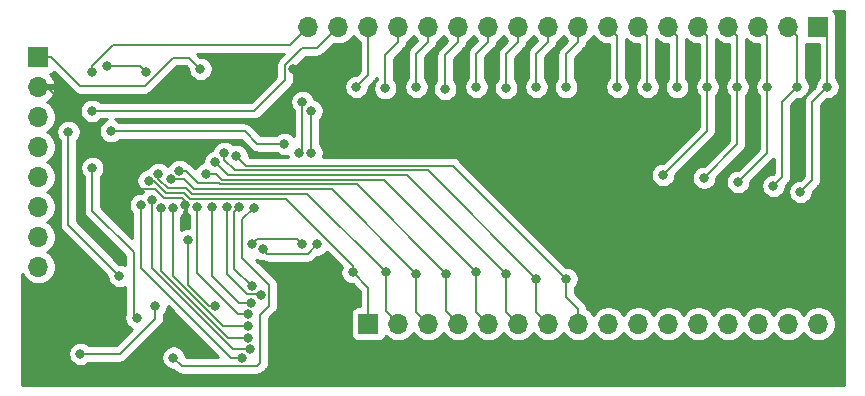
<source format=gbr>
%TF.GenerationSoftware,KiCad,Pcbnew,(5.1.10-1-10_14)*%
%TF.CreationDate,2021-09-25T13:26:57-04:00*%
%TF.ProjectId,RAM,52414d2e-6b69-4636-9164-5f7063625858,rev?*%
%TF.SameCoordinates,Original*%
%TF.FileFunction,Copper,L2,Bot*%
%TF.FilePolarity,Positive*%
%FSLAX46Y46*%
G04 Gerber Fmt 4.6, Leading zero omitted, Abs format (unit mm)*
G04 Created by KiCad (PCBNEW (5.1.10-1-10_14)) date 2021-09-25 13:26:57*
%MOMM*%
%LPD*%
G01*
G04 APERTURE LIST*
%TA.AperFunction,ComponentPad*%
%ADD10O,1.700000X1.700000*%
%TD*%
%TA.AperFunction,ComponentPad*%
%ADD11R,1.700000X1.700000*%
%TD*%
%TA.AperFunction,ViaPad*%
%ADD12C,0.800000*%
%TD*%
%TA.AperFunction,Conductor*%
%ADD13C,0.500000*%
%TD*%
%TA.AperFunction,Conductor*%
%ADD14C,0.200000*%
%TD*%
%TA.AperFunction,Conductor*%
%ADD15C,0.254000*%
%TD*%
%TA.AperFunction,Conductor*%
%ADD16C,0.100000*%
%TD*%
G04 APERTURE END LIST*
D10*
%TO.P,J3,16*%
%TO.N,/IO0*%
X288036000Y-96520000D03*
%TO.P,J3,15*%
%TO.N,/IO1*%
X285496000Y-96520000D03*
%TO.P,J3,14*%
%TO.N,/IO2*%
X282956000Y-96520000D03*
%TO.P,J3,13*%
%TO.N,/IO3*%
X280416000Y-96520000D03*
%TO.P,J3,12*%
%TO.N,/IO4*%
X277876000Y-96520000D03*
%TO.P,J3,11*%
%TO.N,/IO5*%
X275336000Y-96520000D03*
%TO.P,J3,10*%
%TO.N,/IO6*%
X272796000Y-96520000D03*
%TO.P,J3,9*%
%TO.N,/IO7*%
X270256000Y-96520000D03*
%TO.P,J3,8*%
%TO.N,/IO8*%
X267716000Y-96520000D03*
%TO.P,J3,7*%
%TO.N,/IO9*%
X265176000Y-96520000D03*
%TO.P,J3,6*%
%TO.N,/IO10*%
X262636000Y-96520000D03*
%TO.P,J3,5*%
%TO.N,/IO11*%
X260096000Y-96520000D03*
%TO.P,J3,4*%
%TO.N,/IO12*%
X257556000Y-96520000D03*
%TO.P,J3,3*%
%TO.N,/IO13*%
X255016000Y-96520000D03*
%TO.P,J3,2*%
%TO.N,/IO14*%
X252476000Y-96520000D03*
D11*
%TO.P,J3,1*%
%TO.N,/IO15*%
X249936000Y-96520000D03*
%TD*%
D10*
%TO.P,J2,18*%
%TO.N,Net-(J2-Pad18)*%
X244856000Y-71374000D03*
%TO.P,J2,17*%
%TO.N,Net-(J2-Pad17)*%
X247396000Y-71374000D03*
%TO.P,J2,16*%
%TO.N,/A15*%
X249936000Y-71374000D03*
%TO.P,J2,15*%
%TO.N,/A14*%
X252476000Y-71374000D03*
%TO.P,J2,14*%
%TO.N,/A13*%
X255016000Y-71374000D03*
%TO.P,J2,13*%
%TO.N,/A12*%
X257556000Y-71374000D03*
%TO.P,J2,12*%
%TO.N,/A11*%
X260096000Y-71374000D03*
%TO.P,J2,11*%
%TO.N,/A10*%
X262636000Y-71374000D03*
%TO.P,J2,10*%
%TO.N,/A09*%
X265176000Y-71374000D03*
%TO.P,J2,9*%
%TO.N,/A08*%
X267716000Y-71374000D03*
%TO.P,J2,8*%
%TO.N,/A07*%
X270256000Y-71374000D03*
%TO.P,J2,7*%
%TO.N,/A06*%
X272796000Y-71374000D03*
%TO.P,J2,6*%
%TO.N,/A05*%
X275336000Y-71374000D03*
%TO.P,J2,5*%
%TO.N,/A04*%
X277876000Y-71374000D03*
%TO.P,J2,4*%
%TO.N,/A03*%
X280416000Y-71374000D03*
%TO.P,J2,3*%
%TO.N,/A02*%
X282956000Y-71374000D03*
%TO.P,J2,2*%
%TO.N,/A01*%
X285496000Y-71374000D03*
D11*
%TO.P,J2,1*%
%TO.N,/A00*%
X288036000Y-71374000D03*
%TD*%
D10*
%TO.P,J1,8*%
%TO.N,~CE*%
X221996000Y-91690000D03*
%TO.P,J1,7*%
%TO.N,~LB*%
X221996000Y-89150000D03*
%TO.P,J1,6*%
%TO.N,~UB*%
X221996000Y-86610000D03*
%TO.P,J1,5*%
%TO.N,~OE*%
X221996000Y-84070000D03*
%TO.P,J1,4*%
%TO.N,WE*%
X221996000Y-81530000D03*
%TO.P,J1,3*%
%TO.N,CP*%
X221996000Y-78990000D03*
%TO.P,J1,2*%
%TO.N,GND*%
X221996000Y-76450000D03*
D11*
%TO.P,J1,1*%
%TO.N,VCC*%
X221996000Y-73910000D03*
%TD*%
D12*
%TO.N,GND*%
X272288000Y-82804000D03*
X265367000Y-82867000D03*
X272297944Y-86604056D03*
X265239000Y-86551000D03*
X233934000Y-75184000D03*
X234412262Y-86492206D03*
X247142000Y-81788000D03*
X227647000Y-94933000D03*
X243586000Y-74930000D03*
%TO.N,VCC*%
X235712000Y-74930000D03*
X234696000Y-89408000D03*
X236982000Y-94996000D03*
X231902000Y-94996000D03*
X225552000Y-99060000D03*
%TO.N,/IO15*%
X248605521Y-92149926D03*
X231328268Y-84389990D03*
%TO.N,/IO14*%
X251390857Y-92149926D03*
X232161761Y-83811438D03*
%TO.N,/IO13*%
X254000000Y-92269923D03*
X233214750Y-84281386D03*
%TO.N,/IO12*%
X233934000Y-83566000D03*
X256497864Y-92269923D03*
%TO.N,/IO11*%
X236220000Y-83820000D03*
X259093226Y-92149926D03*
%TO.N,/IO10*%
X236982000Y-82804000D03*
X261605294Y-92269923D03*
%TO.N,/IO9*%
X237744000Y-82042000D03*
X264165236Y-92685929D03*
%TO.N,/IO8*%
X266700000Y-92710000D03*
X238760000Y-82296000D03*
%TO.N,/IO7*%
X238982026Y-86614000D03*
X240060225Y-93315039D03*
%TO.N,/IO6*%
X237982013Y-86614000D03*
X240824768Y-94111867D03*
%TO.N,/IO5*%
X236727986Y-86614000D03*
X240027164Y-94715050D03*
%TO.N,/IO4*%
X235458000Y-86614000D03*
X239775867Y-95682973D03*
%TO.N,/IO3*%
X239777652Y-96682983D03*
X233372292Y-86715588D03*
%TO.N,/IO2*%
X239759497Y-97682830D03*
X232372673Y-86687550D03*
%TO.N,/IO1*%
X239911693Y-98671192D03*
X231607245Y-86044010D03*
%TO.N,/IO0*%
X239202268Y-99375990D03*
X230691284Y-86445308D03*
%TO.N,~LB*%
X231140000Y-75184000D03*
X227838000Y-74676000D03*
%TO.N,/A15*%
X248920000Y-76454000D03*
X242824004Y-81280000D03*
X228150000Y-80206000D03*
%TO.N,/A14*%
X251370102Y-76563929D03*
%TO.N,/A13*%
X254000000Y-76454000D03*
%TO.N,/A12*%
X256443297Y-76628466D03*
%TO.N,/A11*%
X259080000Y-76454000D03*
%TO.N,/A10*%
X261608970Y-76538021D03*
%TO.N,/A09*%
X264160000Y-76454000D03*
X245110000Y-78486000D03*
X245110000Y-82042000D03*
%TO.N,/A08*%
X266686000Y-76468000D03*
X244348000Y-77724000D03*
X244094000Y-82042000D03*
%TO.N,/A07*%
X271018000Y-76454000D03*
%TO.N,/A06*%
X273558000Y-76454000D03*
X245615328Y-89793957D03*
X240994349Y-90193968D03*
%TO.N,/A05*%
X276072500Y-76479500D03*
X240095952Y-89754776D03*
X244351261Y-89782445D03*
%TO.N,/A04*%
X278638000Y-76454000D03*
X274896254Y-83904010D03*
%TO.N,/A03*%
X281178000Y-76454000D03*
X278358619Y-84148631D03*
%TO.N,/A02*%
X283718000Y-76454000D03*
X281247537Y-84504486D03*
%TO.N,/A01*%
X286258000Y-76454000D03*
X284226000Y-84836000D03*
%TO.N,/A00*%
X288798000Y-76454000D03*
X286512000Y-85344000D03*
%TO.N,CP*%
X228854000Y-92456000D03*
X224536000Y-80264000D03*
%TO.N,WE*%
X230316010Y-96012000D03*
X226568000Y-83312000D03*
%TO.N,Net-(J2-Pad18)*%
X226568000Y-75184000D03*
%TO.N,Net-(J2-Pad17)*%
X226541755Y-78478122D03*
%TO.N,Net-(U67-Pad17)*%
X240241076Y-86694342D03*
X233426000Y-99375990D03*
%TD*%
D13*
%TO.N,GND*%
X272225000Y-82867000D02*
X272288000Y-82804000D01*
X265367000Y-82867000D02*
X272225000Y-82867000D01*
X265292056Y-86604056D02*
X265239000Y-86551000D01*
X272297944Y-86604056D02*
X265292056Y-86604056D01*
X272288000Y-86594112D02*
X272297944Y-86604056D01*
X272288000Y-82804000D02*
X272288000Y-86594112D01*
X265239000Y-82995000D02*
X265367000Y-82867000D01*
X265239000Y-86551000D02*
X265239000Y-82995000D01*
D14*
X227584000Y-81280000D02*
X222758000Y-76454000D01*
X227584000Y-84074000D02*
X227584000Y-81280000D01*
X228600000Y-85090000D02*
X227584000Y-84074000D01*
X234412262Y-86076262D02*
X234188000Y-85852000D01*
X231902000Y-85090000D02*
X228600000Y-85090000D01*
X232664000Y-85852000D02*
X231902000Y-85090000D01*
X234188000Y-85852000D02*
X232664000Y-85852000D01*
X234412262Y-86492206D02*
X234412262Y-86076262D01*
X247142000Y-81788000D02*
X247142000Y-78486000D01*
X247142000Y-78486000D02*
X243586000Y-74930000D01*
%TO.N,VCC*%
X234696000Y-89408000D02*
X234696000Y-93218000D01*
X234696000Y-93218000D02*
X236474000Y-94996000D01*
X236474000Y-94996000D02*
X236982000Y-94996000D01*
X228911685Y-99060000D02*
X225552000Y-99060000D01*
X231902000Y-96069685D02*
X228911685Y-99060000D01*
X231902000Y-94996000D02*
X231902000Y-96069685D01*
X235712000Y-74930000D02*
X234772000Y-73990000D01*
X234772000Y-73990000D02*
X233400000Y-73990000D01*
X233400000Y-73990000D02*
X230990000Y-76400000D01*
X230990000Y-76400000D02*
X225540000Y-76400000D01*
X223050000Y-73910000D02*
X222320000Y-73910000D01*
X225540000Y-76400000D02*
X223050000Y-73910000D01*
%TO.N,/IO15*%
X249936000Y-96520000D02*
X249936000Y-93480405D01*
X249936000Y-93480405D02*
X248605521Y-92149926D01*
X248605521Y-91584241D02*
X242935279Y-85913999D01*
X234815699Y-85913999D02*
X234353689Y-85451989D01*
X232829689Y-85451989D02*
X231767690Y-84389990D01*
X234353689Y-85451989D02*
X232829689Y-85451989D01*
X242935279Y-85913999D02*
X234815699Y-85913999D01*
X248605521Y-92149926D02*
X248605521Y-91584241D01*
X231767690Y-84389990D02*
X231328268Y-84389990D01*
%TO.N,/IO14*%
X251390857Y-95434857D02*
X251390857Y-92149926D01*
X252476000Y-96520000D02*
X251390857Y-95434857D01*
X244754919Y-85513988D02*
X234981388Y-85513988D01*
X234519378Y-85051978D02*
X232995378Y-85051978D01*
X232995378Y-85051978D02*
X232161761Y-84218361D01*
X251390857Y-92149926D02*
X244754919Y-85513988D01*
X232161761Y-84218361D02*
X232161761Y-83811438D01*
X234981388Y-85513988D02*
X234519378Y-85051978D01*
%TO.N,/IO13*%
X255016000Y-96520000D02*
X254000000Y-95504000D01*
X254000000Y-95504000D02*
X254000000Y-92269923D01*
X235147077Y-85113977D02*
X234314486Y-84281386D01*
X246844054Y-85113977D02*
X235147077Y-85113977D01*
X234314486Y-84281386D02*
X233214750Y-84281386D01*
X254000000Y-92269923D02*
X246844054Y-85113977D01*
%TO.N,/IO12*%
X256497864Y-95461864D02*
X256497864Y-92269923D01*
X257556000Y-96520000D02*
X256497864Y-95461864D01*
X234499685Y-83566000D02*
X235525857Y-84592172D01*
X237275272Y-84592172D02*
X237397066Y-84713966D01*
X233934000Y-83566000D02*
X234499685Y-83566000D01*
X235525857Y-84592172D02*
X237275272Y-84592172D01*
X237397066Y-84713966D02*
X248941907Y-84713966D01*
X248941907Y-84713966D02*
X256497864Y-92269923D01*
%TO.N,/IO11*%
X237562755Y-84313955D02*
X251257255Y-84313955D01*
X251257255Y-84313955D02*
X259093226Y-92149926D01*
X259093226Y-95517226D02*
X259093226Y-92149926D01*
X236220000Y-83820000D02*
X237068800Y-83820000D01*
X237068800Y-83820000D02*
X237562755Y-84313955D01*
X260096000Y-96520000D02*
X259093226Y-95517226D01*
%TO.N,/IO10*%
X261605294Y-95489294D02*
X261605294Y-92269923D01*
X236982000Y-82804000D02*
X238091944Y-83913944D01*
X262636000Y-96520000D02*
X261605294Y-95489294D01*
X238091944Y-83913944D02*
X253249315Y-83913944D01*
X253249315Y-83913944D02*
X261605294Y-92269923D01*
%TO.N,/IO9*%
X264165236Y-95509236D02*
X264165236Y-92685929D01*
X265176000Y-96520000D02*
X264165236Y-95509236D01*
X237744000Y-82607685D02*
X238650248Y-83513933D01*
X237744000Y-82042000D02*
X237744000Y-82607685D01*
X254993240Y-83513933D02*
X264165236Y-92685929D01*
X238650248Y-83513933D02*
X254993240Y-83513933D01*
%TO.N,/IO8*%
X266700000Y-92710000D02*
X266700000Y-94234000D01*
X267716000Y-95250000D02*
X267716000Y-96520000D01*
X266700000Y-94234000D02*
X267716000Y-95250000D01*
X266700000Y-92710000D02*
X257103922Y-83113922D01*
X239577922Y-83113922D02*
X238760000Y-82296000D01*
X257103922Y-83113922D02*
X239577922Y-83113922D01*
%TO.N,/IO7*%
X238582027Y-87013999D02*
X238582027Y-91836841D01*
X238582027Y-91836841D02*
X240060225Y-93315039D01*
X238982026Y-86614000D02*
X238582027Y-87013999D01*
%TO.N,/IO6*%
X240727950Y-94015049D02*
X240824768Y-94111867D01*
X237982013Y-86614000D02*
X237982013Y-92305899D01*
X237982013Y-92305899D02*
X239691163Y-94015049D01*
X239691163Y-94015049D02*
X240727950Y-94015049D01*
%TO.N,/IO5*%
X236727986Y-86614000D02*
X236727986Y-92455986D01*
X236727986Y-92455986D02*
X238987050Y-94715050D01*
X238987050Y-94715050D02*
X240027164Y-94715050D01*
%TO.N,/IO4*%
X235458000Y-86614000D02*
X235458000Y-92202000D01*
X235458000Y-92202000D02*
X238938973Y-95682973D01*
X238938973Y-95682973D02*
X239775867Y-95682973D01*
%TO.N,/IO3*%
X239777652Y-96682983D02*
X237595283Y-96682983D01*
X237595283Y-96682983D02*
X233372292Y-92459992D01*
X233372292Y-92459992D02*
X233372292Y-86715588D01*
%TO.N,/IO2*%
X232372673Y-92026073D02*
X232372673Y-86687550D01*
X239759497Y-97682830D02*
X238029430Y-97682830D01*
X238029430Y-97682830D02*
X232372673Y-92026073D01*
%TO.N,/IO1*%
X239911693Y-98671192D02*
X238452092Y-98671192D01*
X238452092Y-98671192D02*
X231607245Y-91826345D01*
X231607245Y-91826345D02*
X231607245Y-86044010D01*
%TO.N,/IO0*%
X238313990Y-99375990D02*
X230691284Y-91753284D01*
X230691284Y-91753284D02*
X230691284Y-86445308D01*
X239202268Y-99375990D02*
X238313990Y-99375990D01*
%TO.N,~LB*%
X230632000Y-74676000D02*
X231140000Y-75184000D01*
X227838000Y-74676000D02*
X230632000Y-74676000D01*
%TO.N,/A15*%
X249936000Y-75438000D02*
X248920000Y-76454000D01*
X249936000Y-71374000D02*
X249936000Y-75438000D01*
X242824004Y-81280000D02*
X240538000Y-81280000D01*
X239464000Y-80206000D02*
X228150000Y-80206000D01*
X240538000Y-81280000D02*
X239464000Y-80206000D01*
%TO.N,/A14*%
X251370102Y-73749898D02*
X251370102Y-76563929D01*
X252476000Y-72644000D02*
X251370102Y-73749898D01*
X252476000Y-71374000D02*
X252476000Y-72644000D01*
%TO.N,/A13*%
X254000000Y-73660000D02*
X255016000Y-72644000D01*
X254000000Y-76454000D02*
X254000000Y-73660000D01*
X255016000Y-71374000D02*
X255016000Y-72644000D01*
%TO.N,/A12*%
X256443297Y-73756703D02*
X256443297Y-76628466D01*
X257556000Y-72644000D02*
X256443297Y-73756703D01*
X257556000Y-71374000D02*
X257556000Y-72644000D01*
%TO.N,/A11*%
X259080000Y-73660000D02*
X260096000Y-72644000D01*
X259080000Y-76454000D02*
X259080000Y-73660000D01*
X260096000Y-71374000D02*
X260096000Y-72644000D01*
%TO.N,/A10*%
X262636000Y-72644000D02*
X261608970Y-73671030D01*
X261608970Y-73671030D02*
X261608970Y-76538021D01*
X262636000Y-71374000D02*
X262636000Y-72644000D01*
%TO.N,/A09*%
X264160000Y-73660000D02*
X265176000Y-72644000D01*
X264160000Y-76454000D02*
X264160000Y-73660000D01*
X245110000Y-78486000D02*
X245110000Y-82042000D01*
X265176000Y-72644000D02*
X265176000Y-71374000D01*
%TO.N,/A08*%
X266686000Y-73674000D02*
X267716000Y-72644000D01*
X266686000Y-76468000D02*
X266686000Y-73674000D01*
X244348000Y-77724000D02*
X244348000Y-81788000D01*
X244348000Y-81788000D02*
X244094000Y-82042000D01*
X267716000Y-71374000D02*
X267716000Y-72644000D01*
%TO.N,/A07*%
X271018000Y-72136000D02*
X270256000Y-71374000D01*
X271018000Y-76454000D02*
X271018000Y-72136000D01*
%TO.N,/A06*%
X273558000Y-72136000D02*
X272796000Y-71374000D01*
X273558000Y-76454000D02*
X273558000Y-72136000D01*
X245615328Y-89793957D02*
X244815318Y-90593967D01*
X244815318Y-90593967D02*
X241394348Y-90593967D01*
X241394348Y-90593967D02*
X240994349Y-90193968D01*
%TO.N,/A05*%
X276072500Y-72110500D02*
X275336000Y-71374000D01*
X276072500Y-76479500D02*
X276072500Y-72110500D01*
X243923593Y-89354777D02*
X244351261Y-89782445D01*
X240495951Y-89354777D02*
X243923593Y-89354777D01*
X240095952Y-89754776D02*
X240495951Y-89354777D01*
%TO.N,/A04*%
X278638000Y-72136000D02*
X277876000Y-71374000D01*
X278638000Y-76454000D02*
X278638000Y-72136000D01*
X278638000Y-80162264D02*
X274896254Y-83904010D01*
X278638000Y-76454000D02*
X278638000Y-80162264D01*
%TO.N,/A03*%
X281178000Y-72136000D02*
X280416000Y-71374000D01*
X281178000Y-76454000D02*
X281178000Y-72136000D01*
X281178000Y-76454000D02*
X281178000Y-81329250D01*
X281178000Y-81329250D02*
X278358619Y-84148631D01*
%TO.N,/A02*%
X283718000Y-72136000D02*
X282956000Y-71374000D01*
X283718000Y-76454000D02*
X283718000Y-72136000D01*
X283718000Y-76454000D02*
X283718000Y-82034023D01*
X283718000Y-82034023D02*
X281247537Y-84504486D01*
%TO.N,/A01*%
X286258000Y-72136000D02*
X285496000Y-71374000D01*
X286258000Y-76454000D02*
X286258000Y-72136000D01*
X286258000Y-76454000D02*
X284988000Y-77724000D01*
X284988000Y-77724000D02*
X284988000Y-84074000D01*
X284988000Y-84074000D02*
X284226000Y-84836000D01*
%TO.N,/A00*%
X288798000Y-72136000D02*
X288036000Y-71374000D01*
X288798000Y-76454000D02*
X288798000Y-72136000D01*
X288798000Y-76454000D02*
X287528000Y-77724000D01*
X287528000Y-77724000D02*
X287528000Y-84328000D01*
X287528000Y-84328000D02*
X286512000Y-85344000D01*
%TO.N,CP*%
X228854000Y-92456000D02*
X224536000Y-88138000D01*
X224536000Y-88138000D02*
X224536000Y-80264000D01*
%TO.N,WE*%
X230062010Y-90429929D02*
X230062010Y-95758000D01*
X230062010Y-95758000D02*
X230316010Y-96012000D01*
X226568000Y-86935919D02*
X230062010Y-90429929D01*
X226568000Y-83312000D02*
X226568000Y-86935919D01*
%TO.N,Net-(J2-Pad18)*%
X226568000Y-74676000D02*
X226568000Y-75184000D01*
X228346000Y-72898000D02*
X226568000Y-74676000D01*
X244856000Y-71374000D02*
X243332000Y-72898000D01*
X243332000Y-72898000D02*
X228346000Y-72898000D01*
%TO.N,Net-(J2-Pad17)*%
X240291878Y-78478122D02*
X226541755Y-78478122D01*
X244327996Y-73152000D02*
X242885998Y-74593998D01*
X242885998Y-75884002D02*
X240291878Y-78478122D01*
X242885998Y-74593998D02*
X242885998Y-75884002D01*
X245618000Y-73152000D02*
X244327996Y-73152000D01*
X247396000Y-71374000D02*
X245618000Y-73152000D01*
%TO.N,Net-(U67-Pad17)*%
X240241076Y-86694342D02*
X239268000Y-87667418D01*
X241554000Y-94996000D02*
X240792000Y-95758000D01*
X240792000Y-95758000D02*
X240792000Y-99822000D01*
X239268000Y-87667418D02*
X239268000Y-90932000D01*
X234126010Y-100076000D02*
X233426000Y-99375990D01*
X241554000Y-93218000D02*
X241554000Y-94996000D01*
X240538000Y-100076000D02*
X234126010Y-100076000D01*
X240792000Y-99822000D02*
X240538000Y-100076000D01*
X239268000Y-90932000D02*
X241554000Y-93218000D01*
%TD*%
D15*
%TO.N,GND*%
X290170001Y-99535572D02*
X290170000Y-99535582D01*
X290170001Y-100805572D01*
X290170000Y-100805582D01*
X290170001Y-101702000D01*
X220624000Y-101702000D01*
X220624000Y-92258190D01*
X220680010Y-92393411D01*
X220842525Y-92636632D01*
X221049368Y-92843475D01*
X221292589Y-93005990D01*
X221562842Y-93117932D01*
X221849740Y-93175000D01*
X222142260Y-93175000D01*
X222429158Y-93117932D01*
X222699411Y-93005990D01*
X222942632Y-92843475D01*
X223149475Y-92636632D01*
X223311990Y-92393411D01*
X223423932Y-92123158D01*
X223481000Y-91836260D01*
X223481000Y-91543740D01*
X223423932Y-91256842D01*
X223311990Y-90986589D01*
X223149475Y-90743368D01*
X222942632Y-90536525D01*
X222768240Y-90420000D01*
X222942632Y-90303475D01*
X223149475Y-90096632D01*
X223311990Y-89853411D01*
X223423932Y-89583158D01*
X223481000Y-89296260D01*
X223481000Y-89003740D01*
X223423932Y-88716842D01*
X223311990Y-88446589D01*
X223149475Y-88203368D01*
X222942632Y-87996525D01*
X222768240Y-87880000D01*
X222942632Y-87763475D01*
X223149475Y-87556632D01*
X223311990Y-87313411D01*
X223423932Y-87043158D01*
X223481000Y-86756260D01*
X223481000Y-86463740D01*
X223423932Y-86176842D01*
X223311990Y-85906589D01*
X223149475Y-85663368D01*
X222942632Y-85456525D01*
X222768240Y-85340000D01*
X222942632Y-85223475D01*
X223149475Y-85016632D01*
X223311990Y-84773411D01*
X223423932Y-84503158D01*
X223481000Y-84216260D01*
X223481000Y-83923740D01*
X223423932Y-83636842D01*
X223311990Y-83366589D01*
X223149475Y-83123368D01*
X222942632Y-82916525D01*
X222768240Y-82800000D01*
X222942632Y-82683475D01*
X223149475Y-82476632D01*
X223311990Y-82233411D01*
X223423932Y-81963158D01*
X223481000Y-81676260D01*
X223481000Y-81383740D01*
X223423932Y-81096842D01*
X223311990Y-80826589D01*
X223149475Y-80583368D01*
X222942632Y-80376525D01*
X222768240Y-80260000D01*
X222942632Y-80143475D01*
X223149475Y-79936632D01*
X223311990Y-79693411D01*
X223423932Y-79423158D01*
X223481000Y-79136260D01*
X223481000Y-78843740D01*
X223423932Y-78556842D01*
X223311990Y-78286589D01*
X223149475Y-78043368D01*
X222942632Y-77836525D01*
X222760466Y-77714805D01*
X222877355Y-77645178D01*
X223093588Y-77450269D01*
X223267641Y-77216920D01*
X223392825Y-76954099D01*
X223437476Y-76806890D01*
X223316155Y-76577000D01*
X222123000Y-76577000D01*
X222123000Y-76597000D01*
X221869000Y-76597000D01*
X221869000Y-76577000D01*
X221849000Y-76577000D01*
X221849000Y-76323000D01*
X221869000Y-76323000D01*
X221869000Y-76303000D01*
X222123000Y-76303000D01*
X222123000Y-76323000D01*
X223316155Y-76323000D01*
X223437476Y-76093110D01*
X223392825Y-75945901D01*
X223267641Y-75683080D01*
X223093588Y-75449731D01*
X223009534Y-75373966D01*
X223090180Y-75349502D01*
X223200494Y-75290537D01*
X223297185Y-75211185D01*
X223303745Y-75203191D01*
X224994746Y-76894193D01*
X225017762Y-76922238D01*
X225129680Y-77014087D01*
X225257367Y-77082337D01*
X225395915Y-77124365D01*
X225540000Y-77138556D01*
X225576105Y-77135000D01*
X230953895Y-77135000D01*
X230990000Y-77138556D01*
X231026105Y-77135000D01*
X231134085Y-77124365D01*
X231272633Y-77082337D01*
X231400320Y-77014087D01*
X231512238Y-76922238D01*
X231535259Y-76894188D01*
X233704447Y-74725000D01*
X234467554Y-74725000D01*
X234677000Y-74934446D01*
X234677000Y-75031939D01*
X234716774Y-75231898D01*
X234794795Y-75420256D01*
X234908063Y-75589774D01*
X235052226Y-75733937D01*
X235221744Y-75847205D01*
X235410102Y-75925226D01*
X235610061Y-75965000D01*
X235813939Y-75965000D01*
X236013898Y-75925226D01*
X236202256Y-75847205D01*
X236371774Y-75733937D01*
X236515937Y-75589774D01*
X236629205Y-75420256D01*
X236707226Y-75231898D01*
X236747000Y-75031939D01*
X236747000Y-74828061D01*
X236707226Y-74628102D01*
X236629205Y-74439744D01*
X236515937Y-74270226D01*
X236371774Y-74126063D01*
X236202256Y-74012795D01*
X236013898Y-73934774D01*
X235813939Y-73895000D01*
X235716446Y-73895000D01*
X235454446Y-73633000D01*
X242807550Y-73633000D01*
X242391806Y-74048744D01*
X242363760Y-74071761D01*
X242271911Y-74183679D01*
X242203661Y-74311366D01*
X242176677Y-74400320D01*
X242161633Y-74449913D01*
X242147442Y-74593998D01*
X242150998Y-74630104D01*
X242150999Y-75579554D01*
X239987432Y-77743122D01*
X227270466Y-77743122D01*
X227201529Y-77674185D01*
X227032011Y-77560917D01*
X226843653Y-77482896D01*
X226643694Y-77443122D01*
X226439816Y-77443122D01*
X226239857Y-77482896D01*
X226051499Y-77560917D01*
X225881981Y-77674185D01*
X225737818Y-77818348D01*
X225624550Y-77987866D01*
X225546529Y-78176224D01*
X225506755Y-78376183D01*
X225506755Y-78580061D01*
X225546529Y-78780020D01*
X225624550Y-78968378D01*
X225737818Y-79137896D01*
X225881981Y-79282059D01*
X226051499Y-79395327D01*
X226239857Y-79473348D01*
X226439816Y-79513122D01*
X226643694Y-79513122D01*
X226843653Y-79473348D01*
X227032011Y-79395327D01*
X227201529Y-79282059D01*
X227270466Y-79213122D01*
X227842433Y-79213122D01*
X227659744Y-79288795D01*
X227490226Y-79402063D01*
X227346063Y-79546226D01*
X227232795Y-79715744D01*
X227154774Y-79904102D01*
X227115000Y-80104061D01*
X227115000Y-80307939D01*
X227154774Y-80507898D01*
X227232795Y-80696256D01*
X227346063Y-80865774D01*
X227490226Y-81009937D01*
X227659744Y-81123205D01*
X227848102Y-81201226D01*
X228048061Y-81241000D01*
X228251939Y-81241000D01*
X228451898Y-81201226D01*
X228640256Y-81123205D01*
X228809774Y-81009937D01*
X228878711Y-80941000D01*
X239159554Y-80941000D01*
X239992746Y-81774193D01*
X240015762Y-81802238D01*
X240127680Y-81894087D01*
X240255367Y-81962337D01*
X240393915Y-82004365D01*
X240501895Y-82015000D01*
X240501904Y-82015000D01*
X240537999Y-82018555D01*
X240574094Y-82015000D01*
X242095293Y-82015000D01*
X242164230Y-82083937D01*
X242333748Y-82197205D01*
X242522106Y-82275226D01*
X242722065Y-82315000D01*
X242925943Y-82315000D01*
X243086667Y-82283030D01*
X243098774Y-82343898D01*
X243113282Y-82378922D01*
X239882369Y-82378922D01*
X239795000Y-82291553D01*
X239795000Y-82194061D01*
X239755226Y-81994102D01*
X239677205Y-81805744D01*
X239563937Y-81636226D01*
X239419774Y-81492063D01*
X239250256Y-81378795D01*
X239061898Y-81300774D01*
X238861939Y-81261000D01*
X238658061Y-81261000D01*
X238465094Y-81299383D01*
X238403774Y-81238063D01*
X238234256Y-81124795D01*
X238045898Y-81046774D01*
X237845939Y-81007000D01*
X237642061Y-81007000D01*
X237442102Y-81046774D01*
X237253744Y-81124795D01*
X237084226Y-81238063D01*
X236940063Y-81382226D01*
X236826795Y-81551744D01*
X236748774Y-81740102D01*
X236737381Y-81797381D01*
X236680102Y-81808774D01*
X236491744Y-81886795D01*
X236322226Y-82000063D01*
X236178063Y-82144226D01*
X236064795Y-82313744D01*
X235986774Y-82502102D01*
X235947000Y-82702061D01*
X235947000Y-82819026D01*
X235918102Y-82824774D01*
X235729744Y-82902795D01*
X235560226Y-83016063D01*
X235416063Y-83160226D01*
X235302827Y-83329696D01*
X235044943Y-83071812D01*
X235021923Y-83043762D01*
X234910005Y-82951913D01*
X234782318Y-82883663D01*
X234686224Y-82854513D01*
X234593774Y-82762063D01*
X234424256Y-82648795D01*
X234235898Y-82570774D01*
X234035939Y-82531000D01*
X233832061Y-82531000D01*
X233632102Y-82570774D01*
X233443744Y-82648795D01*
X233274226Y-82762063D01*
X233130063Y-82906226D01*
X233016795Y-83075744D01*
X232977828Y-83169818D01*
X232965698Y-83151664D01*
X232821535Y-83007501D01*
X232652017Y-82894233D01*
X232463659Y-82816212D01*
X232263700Y-82776438D01*
X232059822Y-82776438D01*
X231859863Y-82816212D01*
X231671505Y-82894233D01*
X231501987Y-83007501D01*
X231357824Y-83151664D01*
X231244556Y-83321182D01*
X231230552Y-83354990D01*
X231226329Y-83354990D01*
X231026370Y-83394764D01*
X230838012Y-83472785D01*
X230668494Y-83586053D01*
X230524331Y-83730216D01*
X230411063Y-83899734D01*
X230333042Y-84088092D01*
X230293268Y-84288051D01*
X230293268Y-84491929D01*
X230333042Y-84691888D01*
X230411063Y-84880246D01*
X230524331Y-85049764D01*
X230668494Y-85193927D01*
X230838012Y-85307195D01*
X230867949Y-85319595D01*
X230803308Y-85384236D01*
X230785887Y-85410308D01*
X230589345Y-85410308D01*
X230389386Y-85450082D01*
X230201028Y-85528103D01*
X230031510Y-85641371D01*
X229887347Y-85785534D01*
X229774079Y-85955052D01*
X229696058Y-86143410D01*
X229656284Y-86343369D01*
X229656284Y-86547247D01*
X229696058Y-86747206D01*
X229774079Y-86935564D01*
X229887347Y-87105082D01*
X229956285Y-87174020D01*
X229956284Y-89284757D01*
X227303000Y-86631473D01*
X227303000Y-84040711D01*
X227371937Y-83971774D01*
X227485205Y-83802256D01*
X227563226Y-83613898D01*
X227603000Y-83413939D01*
X227603000Y-83210061D01*
X227563226Y-83010102D01*
X227485205Y-82821744D01*
X227371937Y-82652226D01*
X227227774Y-82508063D01*
X227058256Y-82394795D01*
X226869898Y-82316774D01*
X226669939Y-82277000D01*
X226466061Y-82277000D01*
X226266102Y-82316774D01*
X226077744Y-82394795D01*
X225908226Y-82508063D01*
X225764063Y-82652226D01*
X225650795Y-82821744D01*
X225572774Y-83010102D01*
X225533000Y-83210061D01*
X225533000Y-83413939D01*
X225572774Y-83613898D01*
X225650795Y-83802256D01*
X225764063Y-83971774D01*
X225833000Y-84040711D01*
X225833001Y-86899804D01*
X225829444Y-86935919D01*
X225843635Y-87080004D01*
X225863407Y-87145181D01*
X225885664Y-87218552D01*
X225953914Y-87346239D01*
X226045763Y-87458157D01*
X226073808Y-87481173D01*
X229327010Y-90734376D01*
X229327010Y-91531652D01*
X229155898Y-91460774D01*
X228955939Y-91421000D01*
X228858447Y-91421000D01*
X225271000Y-87833554D01*
X225271000Y-80992711D01*
X225339937Y-80923774D01*
X225453205Y-80754256D01*
X225531226Y-80565898D01*
X225571000Y-80365939D01*
X225571000Y-80162061D01*
X225531226Y-79962102D01*
X225453205Y-79773744D01*
X225339937Y-79604226D01*
X225195774Y-79460063D01*
X225026256Y-79346795D01*
X224837898Y-79268774D01*
X224637939Y-79229000D01*
X224434061Y-79229000D01*
X224234102Y-79268774D01*
X224045744Y-79346795D01*
X223876226Y-79460063D01*
X223732063Y-79604226D01*
X223618795Y-79773744D01*
X223540774Y-79962102D01*
X223501000Y-80162061D01*
X223501000Y-80365939D01*
X223540774Y-80565898D01*
X223618795Y-80754256D01*
X223732063Y-80923774D01*
X223801001Y-80992712D01*
X223801000Y-88101895D01*
X223797444Y-88138000D01*
X223801000Y-88174104D01*
X223811635Y-88282084D01*
X223853663Y-88420632D01*
X223921913Y-88548319D01*
X224013762Y-88660237D01*
X224041808Y-88683254D01*
X227819000Y-92460447D01*
X227819000Y-92557939D01*
X227858774Y-92757898D01*
X227936795Y-92946256D01*
X228050063Y-93115774D01*
X228194226Y-93259937D01*
X228363744Y-93373205D01*
X228552102Y-93451226D01*
X228752061Y-93491000D01*
X228955939Y-93491000D01*
X229155898Y-93451226D01*
X229327011Y-93380348D01*
X229327011Y-95695069D01*
X229320784Y-95710102D01*
X229281010Y-95910061D01*
X229281010Y-96113939D01*
X229320784Y-96313898D01*
X229398805Y-96502256D01*
X229512073Y-96671774D01*
X229656236Y-96815937D01*
X229825754Y-96929205D01*
X229951109Y-96981129D01*
X228607239Y-98325000D01*
X226280711Y-98325000D01*
X226211774Y-98256063D01*
X226042256Y-98142795D01*
X225853898Y-98064774D01*
X225653939Y-98025000D01*
X225450061Y-98025000D01*
X225250102Y-98064774D01*
X225061744Y-98142795D01*
X224892226Y-98256063D01*
X224748063Y-98400226D01*
X224634795Y-98569744D01*
X224556774Y-98758102D01*
X224517000Y-98958061D01*
X224517000Y-99161939D01*
X224556774Y-99361898D01*
X224634795Y-99550256D01*
X224748063Y-99719774D01*
X224892226Y-99863937D01*
X225061744Y-99977205D01*
X225250102Y-100055226D01*
X225450061Y-100095000D01*
X225653939Y-100095000D01*
X225853898Y-100055226D01*
X226042256Y-99977205D01*
X226211774Y-99863937D01*
X226280711Y-99795000D01*
X228875580Y-99795000D01*
X228911685Y-99798556D01*
X228947790Y-99795000D01*
X229055770Y-99784365D01*
X229194318Y-99742337D01*
X229322005Y-99674087D01*
X229433923Y-99582238D01*
X229456944Y-99554187D01*
X232396193Y-96614939D01*
X232424238Y-96591923D01*
X232516087Y-96480005D01*
X232584337Y-96352318D01*
X232619207Y-96237366D01*
X232626365Y-96213771D01*
X232640556Y-96069686D01*
X232637000Y-96033581D01*
X232637000Y-95724711D01*
X232705937Y-95655774D01*
X232819205Y-95486256D01*
X232897226Y-95297898D01*
X232937000Y-95097939D01*
X232937000Y-95038446D01*
X237239553Y-99341000D01*
X234461000Y-99341000D01*
X234461000Y-99274051D01*
X234421226Y-99074092D01*
X234343205Y-98885734D01*
X234229937Y-98716216D01*
X234085774Y-98572053D01*
X233916256Y-98458785D01*
X233727898Y-98380764D01*
X233527939Y-98340990D01*
X233324061Y-98340990D01*
X233124102Y-98380764D01*
X232935744Y-98458785D01*
X232766226Y-98572053D01*
X232622063Y-98716216D01*
X232508795Y-98885734D01*
X232430774Y-99074092D01*
X232391000Y-99274051D01*
X232391000Y-99477929D01*
X232430774Y-99677888D01*
X232508795Y-99866246D01*
X232622063Y-100035764D01*
X232766226Y-100179927D01*
X232935744Y-100293195D01*
X233124102Y-100371216D01*
X233324061Y-100410990D01*
X233421553Y-100410990D01*
X233580756Y-100570193D01*
X233603772Y-100598238D01*
X233631816Y-100621253D01*
X233715690Y-100690087D01*
X233843376Y-100758337D01*
X233981925Y-100800365D01*
X234126010Y-100814556D01*
X234162115Y-100811000D01*
X240501895Y-100811000D01*
X240538000Y-100814556D01*
X240574105Y-100811000D01*
X240682085Y-100800365D01*
X240820633Y-100758337D01*
X240948320Y-100690087D01*
X241060238Y-100598238D01*
X241083259Y-100570187D01*
X241286187Y-100367259D01*
X241314238Y-100344238D01*
X241406087Y-100232320D01*
X241474337Y-100104633D01*
X241516365Y-99966085D01*
X241527000Y-99858105D01*
X241527000Y-99858096D01*
X241530555Y-99822001D01*
X241527000Y-99785906D01*
X241527000Y-96062446D01*
X242048194Y-95541253D01*
X242076238Y-95518238D01*
X242168087Y-95406320D01*
X242200692Y-95345320D01*
X242236337Y-95278634D01*
X242278365Y-95140085D01*
X242292556Y-94996000D01*
X242289000Y-94959895D01*
X242289000Y-93254094D01*
X242292555Y-93217999D01*
X242289000Y-93181904D01*
X242289000Y-93181895D01*
X242278365Y-93073915D01*
X242236337Y-92935367D01*
X242168087Y-92807680D01*
X242151514Y-92787487D01*
X242099253Y-92723806D01*
X242099250Y-92723803D01*
X242076237Y-92695762D01*
X242048197Y-92672750D01*
X240451433Y-91075987D01*
X240504093Y-91111173D01*
X240692451Y-91189194D01*
X240892410Y-91228968D01*
X241023155Y-91228968D01*
X241111715Y-91276304D01*
X241195461Y-91301708D01*
X241250262Y-91318332D01*
X241394347Y-91332523D01*
X241430452Y-91328967D01*
X244779213Y-91328967D01*
X244815318Y-91332523D01*
X244851423Y-91328967D01*
X244959403Y-91318332D01*
X245097951Y-91276304D01*
X245225638Y-91208054D01*
X245337556Y-91116205D01*
X245360576Y-91088155D01*
X245619774Y-90828957D01*
X245717267Y-90828957D01*
X245917226Y-90789183D01*
X246105584Y-90711162D01*
X246275102Y-90597894D01*
X246419265Y-90453731D01*
X246425794Y-90443960D01*
X247674605Y-91692772D01*
X247610295Y-91848028D01*
X247570521Y-92047987D01*
X247570521Y-92251865D01*
X247610295Y-92451824D01*
X247688316Y-92640182D01*
X247801584Y-92809700D01*
X247945747Y-92953863D01*
X248115265Y-93067131D01*
X248303623Y-93145152D01*
X248503582Y-93184926D01*
X248601075Y-93184926D01*
X249201001Y-93784853D01*
X249201000Y-95031928D01*
X249086000Y-95031928D01*
X248961518Y-95044188D01*
X248841820Y-95080498D01*
X248731506Y-95139463D01*
X248634815Y-95218815D01*
X248555463Y-95315506D01*
X248496498Y-95425820D01*
X248460188Y-95545518D01*
X248447928Y-95670000D01*
X248447928Y-97370000D01*
X248460188Y-97494482D01*
X248496498Y-97614180D01*
X248555463Y-97724494D01*
X248634815Y-97821185D01*
X248731506Y-97900537D01*
X248841820Y-97959502D01*
X248961518Y-97995812D01*
X249086000Y-98008072D01*
X250786000Y-98008072D01*
X250910482Y-97995812D01*
X251030180Y-97959502D01*
X251140494Y-97900537D01*
X251237185Y-97821185D01*
X251316537Y-97724494D01*
X251375502Y-97614180D01*
X251397513Y-97541620D01*
X251529368Y-97673475D01*
X251772589Y-97835990D01*
X252042842Y-97947932D01*
X252329740Y-98005000D01*
X252622260Y-98005000D01*
X252909158Y-97947932D01*
X253179411Y-97835990D01*
X253422632Y-97673475D01*
X253629475Y-97466632D01*
X253746000Y-97292240D01*
X253862525Y-97466632D01*
X254069368Y-97673475D01*
X254312589Y-97835990D01*
X254582842Y-97947932D01*
X254869740Y-98005000D01*
X255162260Y-98005000D01*
X255449158Y-97947932D01*
X255719411Y-97835990D01*
X255962632Y-97673475D01*
X256169475Y-97466632D01*
X256286000Y-97292240D01*
X256402525Y-97466632D01*
X256609368Y-97673475D01*
X256852589Y-97835990D01*
X257122842Y-97947932D01*
X257409740Y-98005000D01*
X257702260Y-98005000D01*
X257989158Y-97947932D01*
X258259411Y-97835990D01*
X258502632Y-97673475D01*
X258709475Y-97466632D01*
X258826000Y-97292240D01*
X258942525Y-97466632D01*
X259149368Y-97673475D01*
X259392589Y-97835990D01*
X259662842Y-97947932D01*
X259949740Y-98005000D01*
X260242260Y-98005000D01*
X260529158Y-97947932D01*
X260799411Y-97835990D01*
X261042632Y-97673475D01*
X261249475Y-97466632D01*
X261366000Y-97292240D01*
X261482525Y-97466632D01*
X261689368Y-97673475D01*
X261932589Y-97835990D01*
X262202842Y-97947932D01*
X262489740Y-98005000D01*
X262782260Y-98005000D01*
X263069158Y-97947932D01*
X263339411Y-97835990D01*
X263582632Y-97673475D01*
X263789475Y-97466632D01*
X263906000Y-97292240D01*
X264022525Y-97466632D01*
X264229368Y-97673475D01*
X264472589Y-97835990D01*
X264742842Y-97947932D01*
X265029740Y-98005000D01*
X265322260Y-98005000D01*
X265609158Y-97947932D01*
X265879411Y-97835990D01*
X266122632Y-97673475D01*
X266329475Y-97466632D01*
X266446000Y-97292240D01*
X266562525Y-97466632D01*
X266769368Y-97673475D01*
X267012589Y-97835990D01*
X267282842Y-97947932D01*
X267569740Y-98005000D01*
X267862260Y-98005000D01*
X268149158Y-97947932D01*
X268419411Y-97835990D01*
X268662632Y-97673475D01*
X268869475Y-97466632D01*
X268986000Y-97292240D01*
X269102525Y-97466632D01*
X269309368Y-97673475D01*
X269552589Y-97835990D01*
X269822842Y-97947932D01*
X270109740Y-98005000D01*
X270402260Y-98005000D01*
X270689158Y-97947932D01*
X270959411Y-97835990D01*
X271202632Y-97673475D01*
X271409475Y-97466632D01*
X271526000Y-97292240D01*
X271642525Y-97466632D01*
X271849368Y-97673475D01*
X272092589Y-97835990D01*
X272362842Y-97947932D01*
X272649740Y-98005000D01*
X272942260Y-98005000D01*
X273229158Y-97947932D01*
X273499411Y-97835990D01*
X273742632Y-97673475D01*
X273949475Y-97466632D01*
X274066000Y-97292240D01*
X274182525Y-97466632D01*
X274389368Y-97673475D01*
X274632589Y-97835990D01*
X274902842Y-97947932D01*
X275189740Y-98005000D01*
X275482260Y-98005000D01*
X275769158Y-97947932D01*
X276039411Y-97835990D01*
X276282632Y-97673475D01*
X276489475Y-97466632D01*
X276606000Y-97292240D01*
X276722525Y-97466632D01*
X276929368Y-97673475D01*
X277172589Y-97835990D01*
X277442842Y-97947932D01*
X277729740Y-98005000D01*
X278022260Y-98005000D01*
X278309158Y-97947932D01*
X278579411Y-97835990D01*
X278822632Y-97673475D01*
X279029475Y-97466632D01*
X279146000Y-97292240D01*
X279262525Y-97466632D01*
X279469368Y-97673475D01*
X279712589Y-97835990D01*
X279982842Y-97947932D01*
X280269740Y-98005000D01*
X280562260Y-98005000D01*
X280849158Y-97947932D01*
X281119411Y-97835990D01*
X281362632Y-97673475D01*
X281569475Y-97466632D01*
X281686000Y-97292240D01*
X281802525Y-97466632D01*
X282009368Y-97673475D01*
X282252589Y-97835990D01*
X282522842Y-97947932D01*
X282809740Y-98005000D01*
X283102260Y-98005000D01*
X283389158Y-97947932D01*
X283659411Y-97835990D01*
X283902632Y-97673475D01*
X284109475Y-97466632D01*
X284226000Y-97292240D01*
X284342525Y-97466632D01*
X284549368Y-97673475D01*
X284792589Y-97835990D01*
X285062842Y-97947932D01*
X285349740Y-98005000D01*
X285642260Y-98005000D01*
X285929158Y-97947932D01*
X286199411Y-97835990D01*
X286442632Y-97673475D01*
X286649475Y-97466632D01*
X286766000Y-97292240D01*
X286882525Y-97466632D01*
X287089368Y-97673475D01*
X287332589Y-97835990D01*
X287602842Y-97947932D01*
X287889740Y-98005000D01*
X288182260Y-98005000D01*
X288469158Y-97947932D01*
X288739411Y-97835990D01*
X288982632Y-97673475D01*
X289189475Y-97466632D01*
X289351990Y-97223411D01*
X289463932Y-96953158D01*
X289521000Y-96666260D01*
X289521000Y-96373740D01*
X289463932Y-96086842D01*
X289351990Y-95816589D01*
X289189475Y-95573368D01*
X288982632Y-95366525D01*
X288739411Y-95204010D01*
X288469158Y-95092068D01*
X288182260Y-95035000D01*
X287889740Y-95035000D01*
X287602842Y-95092068D01*
X287332589Y-95204010D01*
X287089368Y-95366525D01*
X286882525Y-95573368D01*
X286766000Y-95747760D01*
X286649475Y-95573368D01*
X286442632Y-95366525D01*
X286199411Y-95204010D01*
X285929158Y-95092068D01*
X285642260Y-95035000D01*
X285349740Y-95035000D01*
X285062842Y-95092068D01*
X284792589Y-95204010D01*
X284549368Y-95366525D01*
X284342525Y-95573368D01*
X284226000Y-95747760D01*
X284109475Y-95573368D01*
X283902632Y-95366525D01*
X283659411Y-95204010D01*
X283389158Y-95092068D01*
X283102260Y-95035000D01*
X282809740Y-95035000D01*
X282522842Y-95092068D01*
X282252589Y-95204010D01*
X282009368Y-95366525D01*
X281802525Y-95573368D01*
X281686000Y-95747760D01*
X281569475Y-95573368D01*
X281362632Y-95366525D01*
X281119411Y-95204010D01*
X280849158Y-95092068D01*
X280562260Y-95035000D01*
X280269740Y-95035000D01*
X279982842Y-95092068D01*
X279712589Y-95204010D01*
X279469368Y-95366525D01*
X279262525Y-95573368D01*
X279146000Y-95747760D01*
X279029475Y-95573368D01*
X278822632Y-95366525D01*
X278579411Y-95204010D01*
X278309158Y-95092068D01*
X278022260Y-95035000D01*
X277729740Y-95035000D01*
X277442842Y-95092068D01*
X277172589Y-95204010D01*
X276929368Y-95366525D01*
X276722525Y-95573368D01*
X276606000Y-95747760D01*
X276489475Y-95573368D01*
X276282632Y-95366525D01*
X276039411Y-95204010D01*
X275769158Y-95092068D01*
X275482260Y-95035000D01*
X275189740Y-95035000D01*
X274902842Y-95092068D01*
X274632589Y-95204010D01*
X274389368Y-95366525D01*
X274182525Y-95573368D01*
X274066000Y-95747760D01*
X273949475Y-95573368D01*
X273742632Y-95366525D01*
X273499411Y-95204010D01*
X273229158Y-95092068D01*
X272942260Y-95035000D01*
X272649740Y-95035000D01*
X272362842Y-95092068D01*
X272092589Y-95204010D01*
X271849368Y-95366525D01*
X271642525Y-95573368D01*
X271526000Y-95747760D01*
X271409475Y-95573368D01*
X271202632Y-95366525D01*
X270959411Y-95204010D01*
X270689158Y-95092068D01*
X270402260Y-95035000D01*
X270109740Y-95035000D01*
X269822842Y-95092068D01*
X269552589Y-95204010D01*
X269309368Y-95366525D01*
X269102525Y-95573368D01*
X268986000Y-95747760D01*
X268869475Y-95573368D01*
X268662632Y-95366525D01*
X268452183Y-95225908D01*
X268440365Y-95105914D01*
X268417055Y-95029072D01*
X268398337Y-94967367D01*
X268330087Y-94839680D01*
X268274248Y-94771641D01*
X268261253Y-94755806D01*
X268261250Y-94755803D01*
X268238237Y-94727762D01*
X268210197Y-94704750D01*
X267435000Y-93929554D01*
X267435000Y-93438711D01*
X267503937Y-93369774D01*
X267617205Y-93200256D01*
X267695226Y-93011898D01*
X267735000Y-92811939D01*
X267735000Y-92608061D01*
X267695226Y-92408102D01*
X267617205Y-92219744D01*
X267503937Y-92050226D01*
X267359774Y-91906063D01*
X267190256Y-91792795D01*
X267001898Y-91714774D01*
X266801939Y-91675000D01*
X266704447Y-91675000D01*
X257649181Y-82619735D01*
X257626160Y-82591684D01*
X257514242Y-82499835D01*
X257386555Y-82431585D01*
X257248007Y-82389557D01*
X257140027Y-82378922D01*
X257103922Y-82375366D01*
X257067817Y-82378922D01*
X246090718Y-82378922D01*
X246105226Y-82343898D01*
X246145000Y-82143939D01*
X246145000Y-81940061D01*
X246105226Y-81740102D01*
X246027205Y-81551744D01*
X245913937Y-81382226D01*
X245845000Y-81313289D01*
X245845000Y-79214711D01*
X245913937Y-79145774D01*
X246027205Y-78976256D01*
X246105226Y-78787898D01*
X246145000Y-78587939D01*
X246145000Y-78384061D01*
X246105226Y-78184102D01*
X246027205Y-77995744D01*
X245913937Y-77826226D01*
X245769774Y-77682063D01*
X245600256Y-77568795D01*
X245411898Y-77490774D01*
X245354619Y-77479381D01*
X245343226Y-77422102D01*
X245265205Y-77233744D01*
X245151937Y-77064226D01*
X245007774Y-76920063D01*
X244838256Y-76806795D01*
X244649898Y-76728774D01*
X244449939Y-76689000D01*
X244246061Y-76689000D01*
X244046102Y-76728774D01*
X243857744Y-76806795D01*
X243688226Y-76920063D01*
X243544063Y-77064226D01*
X243430795Y-77233744D01*
X243352774Y-77422102D01*
X243313000Y-77622061D01*
X243313000Y-77825939D01*
X243352774Y-78025898D01*
X243430795Y-78214256D01*
X243544063Y-78383774D01*
X243613000Y-78452711D01*
X243613001Y-80605286D01*
X243483778Y-80476063D01*
X243314260Y-80362795D01*
X243125902Y-80284774D01*
X242925943Y-80245000D01*
X242722065Y-80245000D01*
X242522106Y-80284774D01*
X242333748Y-80362795D01*
X242164230Y-80476063D01*
X242095293Y-80545000D01*
X240842447Y-80545000D01*
X240009258Y-79711812D01*
X239986238Y-79683762D01*
X239874320Y-79591913D01*
X239746633Y-79523663D01*
X239608085Y-79481635D01*
X239500105Y-79471000D01*
X239464000Y-79467444D01*
X239427895Y-79471000D01*
X228878711Y-79471000D01*
X228809774Y-79402063D01*
X228640256Y-79288795D01*
X228457567Y-79213122D01*
X240255773Y-79213122D01*
X240291878Y-79216678D01*
X240327983Y-79213122D01*
X240435963Y-79202487D01*
X240574511Y-79160459D01*
X240702198Y-79092209D01*
X240814116Y-79000360D01*
X240837137Y-78972310D01*
X243380191Y-76429256D01*
X243408236Y-76406240D01*
X243500085Y-76294322D01*
X243531193Y-76236123D01*
X243568335Y-76166636D01*
X243610363Y-76028087D01*
X243624554Y-75884002D01*
X243620998Y-75847897D01*
X243620998Y-74898444D01*
X244632443Y-73887000D01*
X245581895Y-73887000D01*
X245618000Y-73890556D01*
X245654105Y-73887000D01*
X245762085Y-73876365D01*
X245900633Y-73834337D01*
X246028320Y-73766087D01*
X246140238Y-73674238D01*
X246163258Y-73646188D01*
X247000103Y-72809344D01*
X247249740Y-72859000D01*
X247542260Y-72859000D01*
X247829158Y-72801932D01*
X248099411Y-72689990D01*
X248342632Y-72527475D01*
X248549475Y-72320632D01*
X248666000Y-72146240D01*
X248782525Y-72320632D01*
X248989368Y-72527475D01*
X249201000Y-72668883D01*
X249201001Y-75133552D01*
X248915553Y-75419000D01*
X248818061Y-75419000D01*
X248618102Y-75458774D01*
X248429744Y-75536795D01*
X248260226Y-75650063D01*
X248116063Y-75794226D01*
X248002795Y-75963744D01*
X247924774Y-76152102D01*
X247885000Y-76352061D01*
X247885000Y-76555939D01*
X247924774Y-76755898D01*
X248002795Y-76944256D01*
X248116063Y-77113774D01*
X248260226Y-77257937D01*
X248429744Y-77371205D01*
X248618102Y-77449226D01*
X248818061Y-77489000D01*
X249021939Y-77489000D01*
X249221898Y-77449226D01*
X249410256Y-77371205D01*
X249579774Y-77257937D01*
X249723937Y-77113774D01*
X249837205Y-76944256D01*
X249915226Y-76755898D01*
X249955000Y-76555939D01*
X249955000Y-76458447D01*
X250430193Y-75983254D01*
X250458238Y-75960238D01*
X250550087Y-75848320D01*
X250618337Y-75720633D01*
X250635103Y-75665364D01*
X250635103Y-75835217D01*
X250566165Y-75904155D01*
X250452897Y-76073673D01*
X250374876Y-76262031D01*
X250335102Y-76461990D01*
X250335102Y-76665868D01*
X250374876Y-76865827D01*
X250452897Y-77054185D01*
X250566165Y-77223703D01*
X250710328Y-77367866D01*
X250879846Y-77481134D01*
X251068204Y-77559155D01*
X251268163Y-77598929D01*
X251472041Y-77598929D01*
X251672000Y-77559155D01*
X251860358Y-77481134D01*
X252029876Y-77367866D01*
X252174039Y-77223703D01*
X252287307Y-77054185D01*
X252365328Y-76865827D01*
X252405102Y-76665868D01*
X252405102Y-76461990D01*
X252365328Y-76262031D01*
X252287307Y-76073673D01*
X252174039Y-75904155D01*
X252105102Y-75835218D01*
X252105102Y-74054344D01*
X252970193Y-73189254D01*
X252998238Y-73166238D01*
X253090087Y-73054320D01*
X253158337Y-72926633D01*
X253200365Y-72788085D01*
X253211000Y-72680105D01*
X253211000Y-72680104D01*
X253212183Y-72668092D01*
X253422632Y-72527475D01*
X253629475Y-72320632D01*
X253746000Y-72146240D01*
X253862525Y-72320632D01*
X254069368Y-72527475D01*
X254083581Y-72536972D01*
X253505808Y-73114746D01*
X253477763Y-73137762D01*
X253385914Y-73249680D01*
X253324410Y-73364747D01*
X253317664Y-73377367D01*
X253275635Y-73515915D01*
X253261444Y-73660000D01*
X253265001Y-73696115D01*
X253265000Y-75725289D01*
X253196063Y-75794226D01*
X253082795Y-75963744D01*
X253004774Y-76152102D01*
X252965000Y-76352061D01*
X252965000Y-76555939D01*
X253004774Y-76755898D01*
X253082795Y-76944256D01*
X253196063Y-77113774D01*
X253340226Y-77257937D01*
X253509744Y-77371205D01*
X253698102Y-77449226D01*
X253898061Y-77489000D01*
X254101939Y-77489000D01*
X254301898Y-77449226D01*
X254490256Y-77371205D01*
X254659774Y-77257937D01*
X254803937Y-77113774D01*
X254917205Y-76944256D01*
X254995226Y-76755898D01*
X255035000Y-76555939D01*
X255035000Y-76352061D01*
X254995226Y-76152102D01*
X254917205Y-75963744D01*
X254803937Y-75794226D01*
X254735000Y-75725289D01*
X254735000Y-73964446D01*
X255510193Y-73189254D01*
X255538238Y-73166238D01*
X255630087Y-73054320D01*
X255698337Y-72926633D01*
X255740365Y-72788085D01*
X255744108Y-72750087D01*
X255752183Y-72668092D01*
X255962632Y-72527475D01*
X256169475Y-72320632D01*
X256286000Y-72146240D01*
X256402525Y-72320632D01*
X256609368Y-72527475D01*
X256623581Y-72536972D01*
X255949105Y-73211449D01*
X255921059Y-73234466D01*
X255829210Y-73346384D01*
X255760960Y-73474071D01*
X255749428Y-73512087D01*
X255718932Y-73612618D01*
X255704741Y-73756703D01*
X255708297Y-73792808D01*
X255708298Y-75899754D01*
X255639360Y-75968692D01*
X255526092Y-76138210D01*
X255448071Y-76326568D01*
X255408297Y-76526527D01*
X255408297Y-76730405D01*
X255448071Y-76930364D01*
X255526092Y-77118722D01*
X255639360Y-77288240D01*
X255783523Y-77432403D01*
X255953041Y-77545671D01*
X256141399Y-77623692D01*
X256341358Y-77663466D01*
X256545236Y-77663466D01*
X256745195Y-77623692D01*
X256933553Y-77545671D01*
X257103071Y-77432403D01*
X257247234Y-77288240D01*
X257360502Y-77118722D01*
X257438523Y-76930364D01*
X257478297Y-76730405D01*
X257478297Y-76526527D01*
X257438523Y-76326568D01*
X257360502Y-76138210D01*
X257247234Y-75968692D01*
X257178297Y-75899755D01*
X257178297Y-74061149D01*
X258050193Y-73189254D01*
X258078238Y-73166238D01*
X258170087Y-73054320D01*
X258193059Y-73011342D01*
X258238337Y-72926634D01*
X258280365Y-72788085D01*
X258292183Y-72668092D01*
X258502632Y-72527475D01*
X258709475Y-72320632D01*
X258826000Y-72146240D01*
X258942525Y-72320632D01*
X259149368Y-72527475D01*
X259163581Y-72536972D01*
X258585808Y-73114746D01*
X258557763Y-73137762D01*
X258465914Y-73249680D01*
X258404410Y-73364747D01*
X258397664Y-73377367D01*
X258355635Y-73515915D01*
X258341444Y-73660000D01*
X258345001Y-73696115D01*
X258345000Y-75725289D01*
X258276063Y-75794226D01*
X258162795Y-75963744D01*
X258084774Y-76152102D01*
X258045000Y-76352061D01*
X258045000Y-76555939D01*
X258084774Y-76755898D01*
X258162795Y-76944256D01*
X258276063Y-77113774D01*
X258420226Y-77257937D01*
X258589744Y-77371205D01*
X258778102Y-77449226D01*
X258978061Y-77489000D01*
X259181939Y-77489000D01*
X259381898Y-77449226D01*
X259570256Y-77371205D01*
X259739774Y-77257937D01*
X259883937Y-77113774D01*
X259997205Y-76944256D01*
X260075226Y-76755898D01*
X260115000Y-76555939D01*
X260115000Y-76352061D01*
X260075226Y-76152102D01*
X259997205Y-75963744D01*
X259883937Y-75794226D01*
X259815000Y-75725289D01*
X259815000Y-73964446D01*
X260590193Y-73189254D01*
X260618238Y-73166238D01*
X260710087Y-73054320D01*
X260778337Y-72926633D01*
X260820365Y-72788085D01*
X260824108Y-72750087D01*
X260832183Y-72668092D01*
X261042632Y-72527475D01*
X261249475Y-72320632D01*
X261366000Y-72146240D01*
X261482525Y-72320632D01*
X261689368Y-72527475D01*
X261703581Y-72536972D01*
X261114778Y-73125776D01*
X261086732Y-73148793D01*
X260994883Y-73260711D01*
X260926633Y-73388398D01*
X260897354Y-73484917D01*
X260884605Y-73526945D01*
X260870414Y-73671030D01*
X260873970Y-73707135D01*
X260873971Y-75809309D01*
X260805033Y-75878247D01*
X260691765Y-76047765D01*
X260613744Y-76236123D01*
X260573970Y-76436082D01*
X260573970Y-76639960D01*
X260613744Y-76839919D01*
X260691765Y-77028277D01*
X260805033Y-77197795D01*
X260949196Y-77341958D01*
X261118714Y-77455226D01*
X261307072Y-77533247D01*
X261507031Y-77573021D01*
X261710909Y-77573021D01*
X261910868Y-77533247D01*
X262099226Y-77455226D01*
X262268744Y-77341958D01*
X262412907Y-77197795D01*
X262526175Y-77028277D01*
X262604196Y-76839919D01*
X262643970Y-76639960D01*
X262643970Y-76436082D01*
X262604196Y-76236123D01*
X262526175Y-76047765D01*
X262412907Y-75878247D01*
X262343970Y-75809310D01*
X262343970Y-73975476D01*
X263130193Y-73189254D01*
X263158238Y-73166238D01*
X263250087Y-73054320D01*
X263273059Y-73011342D01*
X263318337Y-72926634D01*
X263360365Y-72788085D01*
X263372183Y-72668092D01*
X263582632Y-72527475D01*
X263789475Y-72320632D01*
X263906000Y-72146240D01*
X264022525Y-72320632D01*
X264229368Y-72527475D01*
X264243581Y-72536972D01*
X263665808Y-73114746D01*
X263637763Y-73137762D01*
X263545914Y-73249680D01*
X263484410Y-73364747D01*
X263477664Y-73377367D01*
X263435635Y-73515915D01*
X263421444Y-73660000D01*
X263425001Y-73696115D01*
X263425000Y-75725289D01*
X263356063Y-75794226D01*
X263242795Y-75963744D01*
X263164774Y-76152102D01*
X263125000Y-76352061D01*
X263125000Y-76555939D01*
X263164774Y-76755898D01*
X263242795Y-76944256D01*
X263356063Y-77113774D01*
X263500226Y-77257937D01*
X263669744Y-77371205D01*
X263858102Y-77449226D01*
X264058061Y-77489000D01*
X264261939Y-77489000D01*
X264461898Y-77449226D01*
X264650256Y-77371205D01*
X264819774Y-77257937D01*
X264963937Y-77113774D01*
X265077205Y-76944256D01*
X265155226Y-76755898D01*
X265195000Y-76555939D01*
X265195000Y-76352061D01*
X265155226Y-76152102D01*
X265077205Y-75963744D01*
X264963937Y-75794226D01*
X264895000Y-75725289D01*
X264895000Y-73964446D01*
X265670197Y-73189250D01*
X265698237Y-73166238D01*
X265721250Y-73138197D01*
X265721253Y-73138194D01*
X265773635Y-73074366D01*
X265790087Y-73054320D01*
X265858337Y-72926633D01*
X265900365Y-72788085D01*
X265904108Y-72750087D01*
X265912183Y-72668092D01*
X266122632Y-72527475D01*
X266329475Y-72320632D01*
X266446000Y-72146240D01*
X266562525Y-72320632D01*
X266769368Y-72527475D01*
X266783581Y-72536972D01*
X266191808Y-73128746D01*
X266163763Y-73151762D01*
X266071914Y-73263680D01*
X266005251Y-73388398D01*
X266003664Y-73391367D01*
X265961635Y-73529915D01*
X265947444Y-73674000D01*
X265951001Y-73710115D01*
X265951000Y-75739289D01*
X265882063Y-75808226D01*
X265768795Y-75977744D01*
X265690774Y-76166102D01*
X265651000Y-76366061D01*
X265651000Y-76569939D01*
X265690774Y-76769898D01*
X265768795Y-76958256D01*
X265882063Y-77127774D01*
X266026226Y-77271937D01*
X266195744Y-77385205D01*
X266384102Y-77463226D01*
X266584061Y-77503000D01*
X266787939Y-77503000D01*
X266987898Y-77463226D01*
X267176256Y-77385205D01*
X267345774Y-77271937D01*
X267489937Y-77127774D01*
X267603205Y-76958256D01*
X267681226Y-76769898D01*
X267721000Y-76569939D01*
X267721000Y-76366061D01*
X267681226Y-76166102D01*
X267603205Y-75977744D01*
X267489937Y-75808226D01*
X267421000Y-75739289D01*
X267421000Y-73978446D01*
X268210193Y-73189254D01*
X268238238Y-73166238D01*
X268330087Y-73054320D01*
X268398337Y-72926633D01*
X268440365Y-72788085D01*
X268444108Y-72750087D01*
X268452183Y-72668092D01*
X268662632Y-72527475D01*
X268869475Y-72320632D01*
X268986000Y-72146240D01*
X269102525Y-72320632D01*
X269309368Y-72527475D01*
X269552589Y-72689990D01*
X269822842Y-72801932D01*
X270109740Y-72859000D01*
X270283001Y-72859000D01*
X270283000Y-75725289D01*
X270214063Y-75794226D01*
X270100795Y-75963744D01*
X270022774Y-76152102D01*
X269983000Y-76352061D01*
X269983000Y-76555939D01*
X270022774Y-76755898D01*
X270100795Y-76944256D01*
X270214063Y-77113774D01*
X270358226Y-77257937D01*
X270527744Y-77371205D01*
X270716102Y-77449226D01*
X270916061Y-77489000D01*
X271119939Y-77489000D01*
X271319898Y-77449226D01*
X271508256Y-77371205D01*
X271677774Y-77257937D01*
X271821937Y-77113774D01*
X271935205Y-76944256D01*
X272013226Y-76755898D01*
X272053000Y-76555939D01*
X272053000Y-76352061D01*
X272013226Y-76152102D01*
X271935205Y-75963744D01*
X271821937Y-75794226D01*
X271753000Y-75725289D01*
X271753000Y-72431107D01*
X271849368Y-72527475D01*
X272092589Y-72689990D01*
X272362842Y-72801932D01*
X272649740Y-72859000D01*
X272823001Y-72859000D01*
X272823000Y-75725289D01*
X272754063Y-75794226D01*
X272640795Y-75963744D01*
X272562774Y-76152102D01*
X272523000Y-76352061D01*
X272523000Y-76555939D01*
X272562774Y-76755898D01*
X272640795Y-76944256D01*
X272754063Y-77113774D01*
X272898226Y-77257937D01*
X273067744Y-77371205D01*
X273256102Y-77449226D01*
X273456061Y-77489000D01*
X273659939Y-77489000D01*
X273859898Y-77449226D01*
X274048256Y-77371205D01*
X274217774Y-77257937D01*
X274361937Y-77113774D01*
X274475205Y-76944256D01*
X274553226Y-76755898D01*
X274593000Y-76555939D01*
X274593000Y-76352061D01*
X274553226Y-76152102D01*
X274475205Y-75963744D01*
X274361937Y-75794226D01*
X274293000Y-75725289D01*
X274293000Y-72431107D01*
X274389368Y-72527475D01*
X274632589Y-72689990D01*
X274902842Y-72801932D01*
X275189740Y-72859000D01*
X275337501Y-72859000D01*
X275337500Y-75750789D01*
X275268563Y-75819726D01*
X275155295Y-75989244D01*
X275077274Y-76177602D01*
X275037500Y-76377561D01*
X275037500Y-76581439D01*
X275077274Y-76781398D01*
X275155295Y-76969756D01*
X275268563Y-77139274D01*
X275412726Y-77283437D01*
X275582244Y-77396705D01*
X275770602Y-77474726D01*
X275970561Y-77514500D01*
X276174439Y-77514500D01*
X276374398Y-77474726D01*
X276562756Y-77396705D01*
X276732274Y-77283437D01*
X276876437Y-77139274D01*
X276989705Y-76969756D01*
X277067726Y-76781398D01*
X277107500Y-76581439D01*
X277107500Y-76377561D01*
X277067726Y-76177602D01*
X276989705Y-75989244D01*
X276876437Y-75819726D01*
X276807500Y-75750789D01*
X276807500Y-72405607D01*
X276929368Y-72527475D01*
X277172589Y-72689990D01*
X277442842Y-72801932D01*
X277729740Y-72859000D01*
X277903001Y-72859000D01*
X277903000Y-75725289D01*
X277834063Y-75794226D01*
X277720795Y-75963744D01*
X277642774Y-76152102D01*
X277603000Y-76352061D01*
X277603000Y-76555939D01*
X277642774Y-76755898D01*
X277720795Y-76944256D01*
X277834063Y-77113774D01*
X277903000Y-77182711D01*
X277903001Y-79857816D01*
X274891808Y-82869010D01*
X274794315Y-82869010D01*
X274594356Y-82908784D01*
X274405998Y-82986805D01*
X274236480Y-83100073D01*
X274092317Y-83244236D01*
X273979049Y-83413754D01*
X273901028Y-83602112D01*
X273861254Y-83802071D01*
X273861254Y-84005949D01*
X273901028Y-84205908D01*
X273979049Y-84394266D01*
X274092317Y-84563784D01*
X274236480Y-84707947D01*
X274405998Y-84821215D01*
X274594356Y-84899236D01*
X274794315Y-84939010D01*
X274998193Y-84939010D01*
X275198152Y-84899236D01*
X275386510Y-84821215D01*
X275556028Y-84707947D01*
X275700191Y-84563784D01*
X275813459Y-84394266D01*
X275891480Y-84205908D01*
X275931254Y-84005949D01*
X275931254Y-83908456D01*
X279132193Y-80707518D01*
X279160238Y-80684502D01*
X279252087Y-80572584D01*
X279320337Y-80444897D01*
X279362365Y-80306349D01*
X279373000Y-80198369D01*
X279376556Y-80162264D01*
X279373000Y-80126159D01*
X279373000Y-77182711D01*
X279441937Y-77113774D01*
X279555205Y-76944256D01*
X279633226Y-76755898D01*
X279673000Y-76555939D01*
X279673000Y-76352061D01*
X279633226Y-76152102D01*
X279555205Y-75963744D01*
X279441937Y-75794226D01*
X279373000Y-75725289D01*
X279373000Y-72431107D01*
X279469368Y-72527475D01*
X279712589Y-72689990D01*
X279982842Y-72801932D01*
X280269740Y-72859000D01*
X280443001Y-72859000D01*
X280443000Y-75725289D01*
X280374063Y-75794226D01*
X280260795Y-75963744D01*
X280182774Y-76152102D01*
X280143000Y-76352061D01*
X280143000Y-76555939D01*
X280182774Y-76755898D01*
X280260795Y-76944256D01*
X280374063Y-77113774D01*
X280443000Y-77182711D01*
X280443001Y-81024802D01*
X278354173Y-83113631D01*
X278256680Y-83113631D01*
X278056721Y-83153405D01*
X277868363Y-83231426D01*
X277698845Y-83344694D01*
X277554682Y-83488857D01*
X277441414Y-83658375D01*
X277363393Y-83846733D01*
X277323619Y-84046692D01*
X277323619Y-84250570D01*
X277363393Y-84450529D01*
X277441414Y-84638887D01*
X277554682Y-84808405D01*
X277698845Y-84952568D01*
X277868363Y-85065836D01*
X278056721Y-85143857D01*
X278256680Y-85183631D01*
X278460558Y-85183631D01*
X278660517Y-85143857D01*
X278848875Y-85065836D01*
X279018393Y-84952568D01*
X279162556Y-84808405D01*
X279275824Y-84638887D01*
X279353845Y-84450529D01*
X279393619Y-84250570D01*
X279393619Y-84153077D01*
X281672193Y-81874504D01*
X281700238Y-81851488D01*
X281792087Y-81739570D01*
X281860337Y-81611883D01*
X281902365Y-81473335D01*
X281913000Y-81365355D01*
X281916556Y-81329250D01*
X281913000Y-81293145D01*
X281913000Y-77182711D01*
X281981937Y-77113774D01*
X282095205Y-76944256D01*
X282173226Y-76755898D01*
X282213000Y-76555939D01*
X282213000Y-76352061D01*
X282173226Y-76152102D01*
X282095205Y-75963744D01*
X281981937Y-75794226D01*
X281913000Y-75725289D01*
X281913000Y-72431107D01*
X282009368Y-72527475D01*
X282252589Y-72689990D01*
X282522842Y-72801932D01*
X282809740Y-72859000D01*
X282983001Y-72859000D01*
X282983000Y-75725289D01*
X282914063Y-75794226D01*
X282800795Y-75963744D01*
X282722774Y-76152102D01*
X282683000Y-76352061D01*
X282683000Y-76555939D01*
X282722774Y-76755898D01*
X282800795Y-76944256D01*
X282914063Y-77113774D01*
X282983000Y-77182711D01*
X282983001Y-81729575D01*
X281243091Y-83469486D01*
X281145598Y-83469486D01*
X280945639Y-83509260D01*
X280757281Y-83587281D01*
X280587763Y-83700549D01*
X280443600Y-83844712D01*
X280330332Y-84014230D01*
X280252311Y-84202588D01*
X280212537Y-84402547D01*
X280212537Y-84606425D01*
X280252311Y-84806384D01*
X280330332Y-84994742D01*
X280443600Y-85164260D01*
X280587763Y-85308423D01*
X280757281Y-85421691D01*
X280945639Y-85499712D01*
X281145598Y-85539486D01*
X281349476Y-85539486D01*
X281549435Y-85499712D01*
X281737793Y-85421691D01*
X281907311Y-85308423D01*
X282051474Y-85164260D01*
X282164742Y-84994742D01*
X282242763Y-84806384D01*
X282282537Y-84606425D01*
X282282537Y-84508932D01*
X284212193Y-82579277D01*
X284240238Y-82556261D01*
X284253001Y-82540710D01*
X284253001Y-83769552D01*
X284221553Y-83801000D01*
X284124061Y-83801000D01*
X283924102Y-83840774D01*
X283735744Y-83918795D01*
X283566226Y-84032063D01*
X283422063Y-84176226D01*
X283308795Y-84345744D01*
X283230774Y-84534102D01*
X283191000Y-84734061D01*
X283191000Y-84937939D01*
X283230774Y-85137898D01*
X283308795Y-85326256D01*
X283422063Y-85495774D01*
X283566226Y-85639937D01*
X283735744Y-85753205D01*
X283924102Y-85831226D01*
X284124061Y-85871000D01*
X284327939Y-85871000D01*
X284527898Y-85831226D01*
X284716256Y-85753205D01*
X284885774Y-85639937D01*
X285029937Y-85495774D01*
X285143205Y-85326256D01*
X285221226Y-85137898D01*
X285261000Y-84937939D01*
X285261000Y-84840447D01*
X285482193Y-84619254D01*
X285510238Y-84596238D01*
X285602087Y-84484320D01*
X285609093Y-84471212D01*
X285670337Y-84356634D01*
X285712365Y-84218085D01*
X285726556Y-84074000D01*
X285723000Y-84037895D01*
X285723000Y-78028446D01*
X286262447Y-77489000D01*
X286359939Y-77489000D01*
X286559898Y-77449226D01*
X286748256Y-77371205D01*
X286917774Y-77257937D01*
X287061937Y-77113774D01*
X287175205Y-76944256D01*
X287253226Y-76755898D01*
X287293000Y-76555939D01*
X287293000Y-76352061D01*
X287253226Y-76152102D01*
X287175205Y-75963744D01*
X287061937Y-75794226D01*
X286993000Y-75725289D01*
X286993000Y-72829027D01*
X287061518Y-72849812D01*
X287186000Y-72862072D01*
X288063001Y-72862072D01*
X288063000Y-75725289D01*
X287994063Y-75794226D01*
X287880795Y-75963744D01*
X287802774Y-76152102D01*
X287763000Y-76352061D01*
X287763000Y-76449553D01*
X287033808Y-77178746D01*
X287005762Y-77201763D01*
X286913913Y-77313681D01*
X286845663Y-77441368D01*
X286823479Y-77514500D01*
X286803635Y-77579915D01*
X286789444Y-77724000D01*
X286793000Y-77760105D01*
X286793001Y-84023552D01*
X286507553Y-84309000D01*
X286410061Y-84309000D01*
X286210102Y-84348774D01*
X286021744Y-84426795D01*
X285852226Y-84540063D01*
X285708063Y-84684226D01*
X285594795Y-84853744D01*
X285516774Y-85042102D01*
X285477000Y-85242061D01*
X285477000Y-85445939D01*
X285516774Y-85645898D01*
X285594795Y-85834256D01*
X285708063Y-86003774D01*
X285852226Y-86147937D01*
X286021744Y-86261205D01*
X286210102Y-86339226D01*
X286410061Y-86379000D01*
X286613939Y-86379000D01*
X286813898Y-86339226D01*
X287002256Y-86261205D01*
X287171774Y-86147937D01*
X287315937Y-86003774D01*
X287429205Y-85834256D01*
X287507226Y-85645898D01*
X287547000Y-85445939D01*
X287547000Y-85348447D01*
X288022193Y-84873254D01*
X288050238Y-84850238D01*
X288142087Y-84738320D01*
X288210337Y-84610633D01*
X288243930Y-84499891D01*
X288252365Y-84472086D01*
X288266556Y-84328000D01*
X288263000Y-84291895D01*
X288263000Y-78028446D01*
X288802447Y-77489000D01*
X288899939Y-77489000D01*
X289099898Y-77449226D01*
X289288256Y-77371205D01*
X289457774Y-77257937D01*
X289601937Y-77113774D01*
X289715205Y-76944256D01*
X289793226Y-76755898D01*
X289833000Y-76555939D01*
X289833000Y-76352061D01*
X289793226Y-76152102D01*
X289715205Y-75963744D01*
X289601937Y-75794226D01*
X289533000Y-75725289D01*
X289533000Y-72172105D01*
X289536556Y-72136000D01*
X289524072Y-72009247D01*
X289524072Y-70524000D01*
X289511812Y-70399518D01*
X289475502Y-70279820D01*
X289416537Y-70169506D01*
X289337185Y-70072815D01*
X289250896Y-70002000D01*
X290170000Y-70002000D01*
X290170001Y-99535572D01*
%TA.AperFunction,Conductor*%
D16*
G36*
X290170001Y-99535572D02*
G01*
X290170000Y-99535582D01*
X290170001Y-100805572D01*
X290170000Y-100805582D01*
X290170001Y-101702000D01*
X220624000Y-101702000D01*
X220624000Y-92258190D01*
X220680010Y-92393411D01*
X220842525Y-92636632D01*
X221049368Y-92843475D01*
X221292589Y-93005990D01*
X221562842Y-93117932D01*
X221849740Y-93175000D01*
X222142260Y-93175000D01*
X222429158Y-93117932D01*
X222699411Y-93005990D01*
X222942632Y-92843475D01*
X223149475Y-92636632D01*
X223311990Y-92393411D01*
X223423932Y-92123158D01*
X223481000Y-91836260D01*
X223481000Y-91543740D01*
X223423932Y-91256842D01*
X223311990Y-90986589D01*
X223149475Y-90743368D01*
X222942632Y-90536525D01*
X222768240Y-90420000D01*
X222942632Y-90303475D01*
X223149475Y-90096632D01*
X223311990Y-89853411D01*
X223423932Y-89583158D01*
X223481000Y-89296260D01*
X223481000Y-89003740D01*
X223423932Y-88716842D01*
X223311990Y-88446589D01*
X223149475Y-88203368D01*
X222942632Y-87996525D01*
X222768240Y-87880000D01*
X222942632Y-87763475D01*
X223149475Y-87556632D01*
X223311990Y-87313411D01*
X223423932Y-87043158D01*
X223481000Y-86756260D01*
X223481000Y-86463740D01*
X223423932Y-86176842D01*
X223311990Y-85906589D01*
X223149475Y-85663368D01*
X222942632Y-85456525D01*
X222768240Y-85340000D01*
X222942632Y-85223475D01*
X223149475Y-85016632D01*
X223311990Y-84773411D01*
X223423932Y-84503158D01*
X223481000Y-84216260D01*
X223481000Y-83923740D01*
X223423932Y-83636842D01*
X223311990Y-83366589D01*
X223149475Y-83123368D01*
X222942632Y-82916525D01*
X222768240Y-82800000D01*
X222942632Y-82683475D01*
X223149475Y-82476632D01*
X223311990Y-82233411D01*
X223423932Y-81963158D01*
X223481000Y-81676260D01*
X223481000Y-81383740D01*
X223423932Y-81096842D01*
X223311990Y-80826589D01*
X223149475Y-80583368D01*
X222942632Y-80376525D01*
X222768240Y-80260000D01*
X222942632Y-80143475D01*
X223149475Y-79936632D01*
X223311990Y-79693411D01*
X223423932Y-79423158D01*
X223481000Y-79136260D01*
X223481000Y-78843740D01*
X223423932Y-78556842D01*
X223311990Y-78286589D01*
X223149475Y-78043368D01*
X222942632Y-77836525D01*
X222760466Y-77714805D01*
X222877355Y-77645178D01*
X223093588Y-77450269D01*
X223267641Y-77216920D01*
X223392825Y-76954099D01*
X223437476Y-76806890D01*
X223316155Y-76577000D01*
X222123000Y-76577000D01*
X222123000Y-76597000D01*
X221869000Y-76597000D01*
X221869000Y-76577000D01*
X221849000Y-76577000D01*
X221849000Y-76323000D01*
X221869000Y-76323000D01*
X221869000Y-76303000D01*
X222123000Y-76303000D01*
X222123000Y-76323000D01*
X223316155Y-76323000D01*
X223437476Y-76093110D01*
X223392825Y-75945901D01*
X223267641Y-75683080D01*
X223093588Y-75449731D01*
X223009534Y-75373966D01*
X223090180Y-75349502D01*
X223200494Y-75290537D01*
X223297185Y-75211185D01*
X223303745Y-75203191D01*
X224994746Y-76894193D01*
X225017762Y-76922238D01*
X225129680Y-77014087D01*
X225257367Y-77082337D01*
X225395915Y-77124365D01*
X225540000Y-77138556D01*
X225576105Y-77135000D01*
X230953895Y-77135000D01*
X230990000Y-77138556D01*
X231026105Y-77135000D01*
X231134085Y-77124365D01*
X231272633Y-77082337D01*
X231400320Y-77014087D01*
X231512238Y-76922238D01*
X231535259Y-76894188D01*
X233704447Y-74725000D01*
X234467554Y-74725000D01*
X234677000Y-74934446D01*
X234677000Y-75031939D01*
X234716774Y-75231898D01*
X234794795Y-75420256D01*
X234908063Y-75589774D01*
X235052226Y-75733937D01*
X235221744Y-75847205D01*
X235410102Y-75925226D01*
X235610061Y-75965000D01*
X235813939Y-75965000D01*
X236013898Y-75925226D01*
X236202256Y-75847205D01*
X236371774Y-75733937D01*
X236515937Y-75589774D01*
X236629205Y-75420256D01*
X236707226Y-75231898D01*
X236747000Y-75031939D01*
X236747000Y-74828061D01*
X236707226Y-74628102D01*
X236629205Y-74439744D01*
X236515937Y-74270226D01*
X236371774Y-74126063D01*
X236202256Y-74012795D01*
X236013898Y-73934774D01*
X235813939Y-73895000D01*
X235716446Y-73895000D01*
X235454446Y-73633000D01*
X242807550Y-73633000D01*
X242391806Y-74048744D01*
X242363760Y-74071761D01*
X242271911Y-74183679D01*
X242203661Y-74311366D01*
X242176677Y-74400320D01*
X242161633Y-74449913D01*
X242147442Y-74593998D01*
X242150998Y-74630104D01*
X242150999Y-75579554D01*
X239987432Y-77743122D01*
X227270466Y-77743122D01*
X227201529Y-77674185D01*
X227032011Y-77560917D01*
X226843653Y-77482896D01*
X226643694Y-77443122D01*
X226439816Y-77443122D01*
X226239857Y-77482896D01*
X226051499Y-77560917D01*
X225881981Y-77674185D01*
X225737818Y-77818348D01*
X225624550Y-77987866D01*
X225546529Y-78176224D01*
X225506755Y-78376183D01*
X225506755Y-78580061D01*
X225546529Y-78780020D01*
X225624550Y-78968378D01*
X225737818Y-79137896D01*
X225881981Y-79282059D01*
X226051499Y-79395327D01*
X226239857Y-79473348D01*
X226439816Y-79513122D01*
X226643694Y-79513122D01*
X226843653Y-79473348D01*
X227032011Y-79395327D01*
X227201529Y-79282059D01*
X227270466Y-79213122D01*
X227842433Y-79213122D01*
X227659744Y-79288795D01*
X227490226Y-79402063D01*
X227346063Y-79546226D01*
X227232795Y-79715744D01*
X227154774Y-79904102D01*
X227115000Y-80104061D01*
X227115000Y-80307939D01*
X227154774Y-80507898D01*
X227232795Y-80696256D01*
X227346063Y-80865774D01*
X227490226Y-81009937D01*
X227659744Y-81123205D01*
X227848102Y-81201226D01*
X228048061Y-81241000D01*
X228251939Y-81241000D01*
X228451898Y-81201226D01*
X228640256Y-81123205D01*
X228809774Y-81009937D01*
X228878711Y-80941000D01*
X239159554Y-80941000D01*
X239992746Y-81774193D01*
X240015762Y-81802238D01*
X240127680Y-81894087D01*
X240255367Y-81962337D01*
X240393915Y-82004365D01*
X240501895Y-82015000D01*
X240501904Y-82015000D01*
X240537999Y-82018555D01*
X240574094Y-82015000D01*
X242095293Y-82015000D01*
X242164230Y-82083937D01*
X242333748Y-82197205D01*
X242522106Y-82275226D01*
X242722065Y-82315000D01*
X242925943Y-82315000D01*
X243086667Y-82283030D01*
X243098774Y-82343898D01*
X243113282Y-82378922D01*
X239882369Y-82378922D01*
X239795000Y-82291553D01*
X239795000Y-82194061D01*
X239755226Y-81994102D01*
X239677205Y-81805744D01*
X239563937Y-81636226D01*
X239419774Y-81492063D01*
X239250256Y-81378795D01*
X239061898Y-81300774D01*
X238861939Y-81261000D01*
X238658061Y-81261000D01*
X238465094Y-81299383D01*
X238403774Y-81238063D01*
X238234256Y-81124795D01*
X238045898Y-81046774D01*
X237845939Y-81007000D01*
X237642061Y-81007000D01*
X237442102Y-81046774D01*
X237253744Y-81124795D01*
X237084226Y-81238063D01*
X236940063Y-81382226D01*
X236826795Y-81551744D01*
X236748774Y-81740102D01*
X236737381Y-81797381D01*
X236680102Y-81808774D01*
X236491744Y-81886795D01*
X236322226Y-82000063D01*
X236178063Y-82144226D01*
X236064795Y-82313744D01*
X235986774Y-82502102D01*
X235947000Y-82702061D01*
X235947000Y-82819026D01*
X235918102Y-82824774D01*
X235729744Y-82902795D01*
X235560226Y-83016063D01*
X235416063Y-83160226D01*
X235302827Y-83329696D01*
X235044943Y-83071812D01*
X235021923Y-83043762D01*
X234910005Y-82951913D01*
X234782318Y-82883663D01*
X234686224Y-82854513D01*
X234593774Y-82762063D01*
X234424256Y-82648795D01*
X234235898Y-82570774D01*
X234035939Y-82531000D01*
X233832061Y-82531000D01*
X233632102Y-82570774D01*
X233443744Y-82648795D01*
X233274226Y-82762063D01*
X233130063Y-82906226D01*
X233016795Y-83075744D01*
X232977828Y-83169818D01*
X232965698Y-83151664D01*
X232821535Y-83007501D01*
X232652017Y-82894233D01*
X232463659Y-82816212D01*
X232263700Y-82776438D01*
X232059822Y-82776438D01*
X231859863Y-82816212D01*
X231671505Y-82894233D01*
X231501987Y-83007501D01*
X231357824Y-83151664D01*
X231244556Y-83321182D01*
X231230552Y-83354990D01*
X231226329Y-83354990D01*
X231026370Y-83394764D01*
X230838012Y-83472785D01*
X230668494Y-83586053D01*
X230524331Y-83730216D01*
X230411063Y-83899734D01*
X230333042Y-84088092D01*
X230293268Y-84288051D01*
X230293268Y-84491929D01*
X230333042Y-84691888D01*
X230411063Y-84880246D01*
X230524331Y-85049764D01*
X230668494Y-85193927D01*
X230838012Y-85307195D01*
X230867949Y-85319595D01*
X230803308Y-85384236D01*
X230785887Y-85410308D01*
X230589345Y-85410308D01*
X230389386Y-85450082D01*
X230201028Y-85528103D01*
X230031510Y-85641371D01*
X229887347Y-85785534D01*
X229774079Y-85955052D01*
X229696058Y-86143410D01*
X229656284Y-86343369D01*
X229656284Y-86547247D01*
X229696058Y-86747206D01*
X229774079Y-86935564D01*
X229887347Y-87105082D01*
X229956285Y-87174020D01*
X229956284Y-89284757D01*
X227303000Y-86631473D01*
X227303000Y-84040711D01*
X227371937Y-83971774D01*
X227485205Y-83802256D01*
X227563226Y-83613898D01*
X227603000Y-83413939D01*
X227603000Y-83210061D01*
X227563226Y-83010102D01*
X227485205Y-82821744D01*
X227371937Y-82652226D01*
X227227774Y-82508063D01*
X227058256Y-82394795D01*
X226869898Y-82316774D01*
X226669939Y-82277000D01*
X226466061Y-82277000D01*
X226266102Y-82316774D01*
X226077744Y-82394795D01*
X225908226Y-82508063D01*
X225764063Y-82652226D01*
X225650795Y-82821744D01*
X225572774Y-83010102D01*
X225533000Y-83210061D01*
X225533000Y-83413939D01*
X225572774Y-83613898D01*
X225650795Y-83802256D01*
X225764063Y-83971774D01*
X225833000Y-84040711D01*
X225833001Y-86899804D01*
X225829444Y-86935919D01*
X225843635Y-87080004D01*
X225863407Y-87145181D01*
X225885664Y-87218552D01*
X225953914Y-87346239D01*
X226045763Y-87458157D01*
X226073808Y-87481173D01*
X229327010Y-90734376D01*
X229327010Y-91531652D01*
X229155898Y-91460774D01*
X228955939Y-91421000D01*
X228858447Y-91421000D01*
X225271000Y-87833554D01*
X225271000Y-80992711D01*
X225339937Y-80923774D01*
X225453205Y-80754256D01*
X225531226Y-80565898D01*
X225571000Y-80365939D01*
X225571000Y-80162061D01*
X225531226Y-79962102D01*
X225453205Y-79773744D01*
X225339937Y-79604226D01*
X225195774Y-79460063D01*
X225026256Y-79346795D01*
X224837898Y-79268774D01*
X224637939Y-79229000D01*
X224434061Y-79229000D01*
X224234102Y-79268774D01*
X224045744Y-79346795D01*
X223876226Y-79460063D01*
X223732063Y-79604226D01*
X223618795Y-79773744D01*
X223540774Y-79962102D01*
X223501000Y-80162061D01*
X223501000Y-80365939D01*
X223540774Y-80565898D01*
X223618795Y-80754256D01*
X223732063Y-80923774D01*
X223801001Y-80992712D01*
X223801000Y-88101895D01*
X223797444Y-88138000D01*
X223801000Y-88174104D01*
X223811635Y-88282084D01*
X223853663Y-88420632D01*
X223921913Y-88548319D01*
X224013762Y-88660237D01*
X224041808Y-88683254D01*
X227819000Y-92460447D01*
X227819000Y-92557939D01*
X227858774Y-92757898D01*
X227936795Y-92946256D01*
X228050063Y-93115774D01*
X228194226Y-93259937D01*
X228363744Y-93373205D01*
X228552102Y-93451226D01*
X228752061Y-93491000D01*
X228955939Y-93491000D01*
X229155898Y-93451226D01*
X229327011Y-93380348D01*
X229327011Y-95695069D01*
X229320784Y-95710102D01*
X229281010Y-95910061D01*
X229281010Y-96113939D01*
X229320784Y-96313898D01*
X229398805Y-96502256D01*
X229512073Y-96671774D01*
X229656236Y-96815937D01*
X229825754Y-96929205D01*
X229951109Y-96981129D01*
X228607239Y-98325000D01*
X226280711Y-98325000D01*
X226211774Y-98256063D01*
X226042256Y-98142795D01*
X225853898Y-98064774D01*
X225653939Y-98025000D01*
X225450061Y-98025000D01*
X225250102Y-98064774D01*
X225061744Y-98142795D01*
X224892226Y-98256063D01*
X224748063Y-98400226D01*
X224634795Y-98569744D01*
X224556774Y-98758102D01*
X224517000Y-98958061D01*
X224517000Y-99161939D01*
X224556774Y-99361898D01*
X224634795Y-99550256D01*
X224748063Y-99719774D01*
X224892226Y-99863937D01*
X225061744Y-99977205D01*
X225250102Y-100055226D01*
X225450061Y-100095000D01*
X225653939Y-100095000D01*
X225853898Y-100055226D01*
X226042256Y-99977205D01*
X226211774Y-99863937D01*
X226280711Y-99795000D01*
X228875580Y-99795000D01*
X228911685Y-99798556D01*
X228947790Y-99795000D01*
X229055770Y-99784365D01*
X229194318Y-99742337D01*
X229322005Y-99674087D01*
X229433923Y-99582238D01*
X229456944Y-99554187D01*
X232396193Y-96614939D01*
X232424238Y-96591923D01*
X232516087Y-96480005D01*
X232584337Y-96352318D01*
X232619207Y-96237366D01*
X232626365Y-96213771D01*
X232640556Y-96069686D01*
X232637000Y-96033581D01*
X232637000Y-95724711D01*
X232705937Y-95655774D01*
X232819205Y-95486256D01*
X232897226Y-95297898D01*
X232937000Y-95097939D01*
X232937000Y-95038446D01*
X237239553Y-99341000D01*
X234461000Y-99341000D01*
X234461000Y-99274051D01*
X234421226Y-99074092D01*
X234343205Y-98885734D01*
X234229937Y-98716216D01*
X234085774Y-98572053D01*
X233916256Y-98458785D01*
X233727898Y-98380764D01*
X233527939Y-98340990D01*
X233324061Y-98340990D01*
X233124102Y-98380764D01*
X232935744Y-98458785D01*
X232766226Y-98572053D01*
X232622063Y-98716216D01*
X232508795Y-98885734D01*
X232430774Y-99074092D01*
X232391000Y-99274051D01*
X232391000Y-99477929D01*
X232430774Y-99677888D01*
X232508795Y-99866246D01*
X232622063Y-100035764D01*
X232766226Y-100179927D01*
X232935744Y-100293195D01*
X233124102Y-100371216D01*
X233324061Y-100410990D01*
X233421553Y-100410990D01*
X233580756Y-100570193D01*
X233603772Y-100598238D01*
X233631816Y-100621253D01*
X233715690Y-100690087D01*
X233843376Y-100758337D01*
X233981925Y-100800365D01*
X234126010Y-100814556D01*
X234162115Y-100811000D01*
X240501895Y-100811000D01*
X240538000Y-100814556D01*
X240574105Y-100811000D01*
X240682085Y-100800365D01*
X240820633Y-100758337D01*
X240948320Y-100690087D01*
X241060238Y-100598238D01*
X241083259Y-100570187D01*
X241286187Y-100367259D01*
X241314238Y-100344238D01*
X241406087Y-100232320D01*
X241474337Y-100104633D01*
X241516365Y-99966085D01*
X241527000Y-99858105D01*
X241527000Y-99858096D01*
X241530555Y-99822001D01*
X241527000Y-99785906D01*
X241527000Y-96062446D01*
X242048194Y-95541253D01*
X242076238Y-95518238D01*
X242168087Y-95406320D01*
X242200692Y-95345320D01*
X242236337Y-95278634D01*
X242278365Y-95140085D01*
X242292556Y-94996000D01*
X242289000Y-94959895D01*
X242289000Y-93254094D01*
X242292555Y-93217999D01*
X242289000Y-93181904D01*
X242289000Y-93181895D01*
X242278365Y-93073915D01*
X242236337Y-92935367D01*
X242168087Y-92807680D01*
X242151514Y-92787487D01*
X242099253Y-92723806D01*
X242099250Y-92723803D01*
X242076237Y-92695762D01*
X242048197Y-92672750D01*
X240451433Y-91075987D01*
X240504093Y-91111173D01*
X240692451Y-91189194D01*
X240892410Y-91228968D01*
X241023155Y-91228968D01*
X241111715Y-91276304D01*
X241195461Y-91301708D01*
X241250262Y-91318332D01*
X241394347Y-91332523D01*
X241430452Y-91328967D01*
X244779213Y-91328967D01*
X244815318Y-91332523D01*
X244851423Y-91328967D01*
X244959403Y-91318332D01*
X245097951Y-91276304D01*
X245225638Y-91208054D01*
X245337556Y-91116205D01*
X245360576Y-91088155D01*
X245619774Y-90828957D01*
X245717267Y-90828957D01*
X245917226Y-90789183D01*
X246105584Y-90711162D01*
X246275102Y-90597894D01*
X246419265Y-90453731D01*
X246425794Y-90443960D01*
X247674605Y-91692772D01*
X247610295Y-91848028D01*
X247570521Y-92047987D01*
X247570521Y-92251865D01*
X247610295Y-92451824D01*
X247688316Y-92640182D01*
X247801584Y-92809700D01*
X247945747Y-92953863D01*
X248115265Y-93067131D01*
X248303623Y-93145152D01*
X248503582Y-93184926D01*
X248601075Y-93184926D01*
X249201001Y-93784853D01*
X249201000Y-95031928D01*
X249086000Y-95031928D01*
X248961518Y-95044188D01*
X248841820Y-95080498D01*
X248731506Y-95139463D01*
X248634815Y-95218815D01*
X248555463Y-95315506D01*
X248496498Y-95425820D01*
X248460188Y-95545518D01*
X248447928Y-95670000D01*
X248447928Y-97370000D01*
X248460188Y-97494482D01*
X248496498Y-97614180D01*
X248555463Y-97724494D01*
X248634815Y-97821185D01*
X248731506Y-97900537D01*
X248841820Y-97959502D01*
X248961518Y-97995812D01*
X249086000Y-98008072D01*
X250786000Y-98008072D01*
X250910482Y-97995812D01*
X251030180Y-97959502D01*
X251140494Y-97900537D01*
X251237185Y-97821185D01*
X251316537Y-97724494D01*
X251375502Y-97614180D01*
X251397513Y-97541620D01*
X251529368Y-97673475D01*
X251772589Y-97835990D01*
X252042842Y-97947932D01*
X252329740Y-98005000D01*
X252622260Y-98005000D01*
X252909158Y-97947932D01*
X253179411Y-97835990D01*
X253422632Y-97673475D01*
X253629475Y-97466632D01*
X253746000Y-97292240D01*
X253862525Y-97466632D01*
X254069368Y-97673475D01*
X254312589Y-97835990D01*
X254582842Y-97947932D01*
X254869740Y-98005000D01*
X255162260Y-98005000D01*
X255449158Y-97947932D01*
X255719411Y-97835990D01*
X255962632Y-97673475D01*
X256169475Y-97466632D01*
X256286000Y-97292240D01*
X256402525Y-97466632D01*
X256609368Y-97673475D01*
X256852589Y-97835990D01*
X257122842Y-97947932D01*
X257409740Y-98005000D01*
X257702260Y-98005000D01*
X257989158Y-97947932D01*
X258259411Y-97835990D01*
X258502632Y-97673475D01*
X258709475Y-97466632D01*
X258826000Y-97292240D01*
X258942525Y-97466632D01*
X259149368Y-97673475D01*
X259392589Y-97835990D01*
X259662842Y-97947932D01*
X259949740Y-98005000D01*
X260242260Y-98005000D01*
X260529158Y-97947932D01*
X260799411Y-97835990D01*
X261042632Y-97673475D01*
X261249475Y-97466632D01*
X261366000Y-97292240D01*
X261482525Y-97466632D01*
X261689368Y-97673475D01*
X261932589Y-97835990D01*
X262202842Y-97947932D01*
X262489740Y-98005000D01*
X262782260Y-98005000D01*
X263069158Y-97947932D01*
X263339411Y-97835990D01*
X263582632Y-97673475D01*
X263789475Y-97466632D01*
X263906000Y-97292240D01*
X264022525Y-97466632D01*
X264229368Y-97673475D01*
X264472589Y-97835990D01*
X264742842Y-97947932D01*
X265029740Y-98005000D01*
X265322260Y-98005000D01*
X265609158Y-97947932D01*
X265879411Y-97835990D01*
X266122632Y-97673475D01*
X266329475Y-97466632D01*
X266446000Y-97292240D01*
X266562525Y-97466632D01*
X266769368Y-97673475D01*
X267012589Y-97835990D01*
X267282842Y-97947932D01*
X267569740Y-98005000D01*
X267862260Y-98005000D01*
X268149158Y-97947932D01*
X268419411Y-97835990D01*
X268662632Y-97673475D01*
X268869475Y-97466632D01*
X268986000Y-97292240D01*
X269102525Y-97466632D01*
X269309368Y-97673475D01*
X269552589Y-97835990D01*
X269822842Y-97947932D01*
X270109740Y-98005000D01*
X270402260Y-98005000D01*
X270689158Y-97947932D01*
X270959411Y-97835990D01*
X271202632Y-97673475D01*
X271409475Y-97466632D01*
X271526000Y-97292240D01*
X271642525Y-97466632D01*
X271849368Y-97673475D01*
X272092589Y-97835990D01*
X272362842Y-97947932D01*
X272649740Y-98005000D01*
X272942260Y-98005000D01*
X273229158Y-97947932D01*
X273499411Y-97835990D01*
X273742632Y-97673475D01*
X273949475Y-97466632D01*
X274066000Y-97292240D01*
X274182525Y-97466632D01*
X274389368Y-97673475D01*
X274632589Y-97835990D01*
X274902842Y-97947932D01*
X275189740Y-98005000D01*
X275482260Y-98005000D01*
X275769158Y-97947932D01*
X276039411Y-97835990D01*
X276282632Y-97673475D01*
X276489475Y-97466632D01*
X276606000Y-97292240D01*
X276722525Y-97466632D01*
X276929368Y-97673475D01*
X277172589Y-97835990D01*
X277442842Y-97947932D01*
X277729740Y-98005000D01*
X278022260Y-98005000D01*
X278309158Y-97947932D01*
X278579411Y-97835990D01*
X278822632Y-97673475D01*
X279029475Y-97466632D01*
X279146000Y-97292240D01*
X279262525Y-97466632D01*
X279469368Y-97673475D01*
X279712589Y-97835990D01*
X279982842Y-97947932D01*
X280269740Y-98005000D01*
X280562260Y-98005000D01*
X280849158Y-97947932D01*
X281119411Y-97835990D01*
X281362632Y-97673475D01*
X281569475Y-97466632D01*
X281686000Y-97292240D01*
X281802525Y-97466632D01*
X282009368Y-97673475D01*
X282252589Y-97835990D01*
X282522842Y-97947932D01*
X282809740Y-98005000D01*
X283102260Y-98005000D01*
X283389158Y-97947932D01*
X283659411Y-97835990D01*
X283902632Y-97673475D01*
X284109475Y-97466632D01*
X284226000Y-97292240D01*
X284342525Y-97466632D01*
X284549368Y-97673475D01*
X284792589Y-97835990D01*
X285062842Y-97947932D01*
X285349740Y-98005000D01*
X285642260Y-98005000D01*
X285929158Y-97947932D01*
X286199411Y-97835990D01*
X286442632Y-97673475D01*
X286649475Y-97466632D01*
X286766000Y-97292240D01*
X286882525Y-97466632D01*
X287089368Y-97673475D01*
X287332589Y-97835990D01*
X287602842Y-97947932D01*
X287889740Y-98005000D01*
X288182260Y-98005000D01*
X288469158Y-97947932D01*
X288739411Y-97835990D01*
X288982632Y-97673475D01*
X289189475Y-97466632D01*
X289351990Y-97223411D01*
X289463932Y-96953158D01*
X289521000Y-96666260D01*
X289521000Y-96373740D01*
X289463932Y-96086842D01*
X289351990Y-95816589D01*
X289189475Y-95573368D01*
X288982632Y-95366525D01*
X288739411Y-95204010D01*
X288469158Y-95092068D01*
X288182260Y-95035000D01*
X287889740Y-95035000D01*
X287602842Y-95092068D01*
X287332589Y-95204010D01*
X287089368Y-95366525D01*
X286882525Y-95573368D01*
X286766000Y-95747760D01*
X286649475Y-95573368D01*
X286442632Y-95366525D01*
X286199411Y-95204010D01*
X285929158Y-95092068D01*
X285642260Y-95035000D01*
X285349740Y-95035000D01*
X285062842Y-95092068D01*
X284792589Y-95204010D01*
X284549368Y-95366525D01*
X284342525Y-95573368D01*
X284226000Y-95747760D01*
X284109475Y-95573368D01*
X283902632Y-95366525D01*
X283659411Y-95204010D01*
X283389158Y-95092068D01*
X283102260Y-95035000D01*
X282809740Y-95035000D01*
X282522842Y-95092068D01*
X282252589Y-95204010D01*
X282009368Y-95366525D01*
X281802525Y-95573368D01*
X281686000Y-95747760D01*
X281569475Y-95573368D01*
X281362632Y-95366525D01*
X281119411Y-95204010D01*
X280849158Y-95092068D01*
X280562260Y-95035000D01*
X280269740Y-95035000D01*
X279982842Y-95092068D01*
X279712589Y-95204010D01*
X279469368Y-95366525D01*
X279262525Y-95573368D01*
X279146000Y-95747760D01*
X279029475Y-95573368D01*
X278822632Y-95366525D01*
X278579411Y-95204010D01*
X278309158Y-95092068D01*
X278022260Y-95035000D01*
X277729740Y-95035000D01*
X277442842Y-95092068D01*
X277172589Y-95204010D01*
X276929368Y-95366525D01*
X276722525Y-95573368D01*
X276606000Y-95747760D01*
X276489475Y-95573368D01*
X276282632Y-95366525D01*
X276039411Y-95204010D01*
X275769158Y-95092068D01*
X275482260Y-95035000D01*
X275189740Y-95035000D01*
X274902842Y-95092068D01*
X274632589Y-95204010D01*
X274389368Y-95366525D01*
X274182525Y-95573368D01*
X274066000Y-95747760D01*
X273949475Y-95573368D01*
X273742632Y-95366525D01*
X273499411Y-95204010D01*
X273229158Y-95092068D01*
X272942260Y-95035000D01*
X272649740Y-95035000D01*
X272362842Y-95092068D01*
X272092589Y-95204010D01*
X271849368Y-95366525D01*
X271642525Y-95573368D01*
X271526000Y-95747760D01*
X271409475Y-95573368D01*
X271202632Y-95366525D01*
X270959411Y-95204010D01*
X270689158Y-95092068D01*
X270402260Y-95035000D01*
X270109740Y-95035000D01*
X269822842Y-95092068D01*
X269552589Y-95204010D01*
X269309368Y-95366525D01*
X269102525Y-95573368D01*
X268986000Y-95747760D01*
X268869475Y-95573368D01*
X268662632Y-95366525D01*
X268452183Y-95225908D01*
X268440365Y-95105914D01*
X268417055Y-95029072D01*
X268398337Y-94967367D01*
X268330087Y-94839680D01*
X268274248Y-94771641D01*
X268261253Y-94755806D01*
X268261250Y-94755803D01*
X268238237Y-94727762D01*
X268210197Y-94704750D01*
X267435000Y-93929554D01*
X267435000Y-93438711D01*
X267503937Y-93369774D01*
X267617205Y-93200256D01*
X267695226Y-93011898D01*
X267735000Y-92811939D01*
X267735000Y-92608061D01*
X267695226Y-92408102D01*
X267617205Y-92219744D01*
X267503937Y-92050226D01*
X267359774Y-91906063D01*
X267190256Y-91792795D01*
X267001898Y-91714774D01*
X266801939Y-91675000D01*
X266704447Y-91675000D01*
X257649181Y-82619735D01*
X257626160Y-82591684D01*
X257514242Y-82499835D01*
X257386555Y-82431585D01*
X257248007Y-82389557D01*
X257140027Y-82378922D01*
X257103922Y-82375366D01*
X257067817Y-82378922D01*
X246090718Y-82378922D01*
X246105226Y-82343898D01*
X246145000Y-82143939D01*
X246145000Y-81940061D01*
X246105226Y-81740102D01*
X246027205Y-81551744D01*
X245913937Y-81382226D01*
X245845000Y-81313289D01*
X245845000Y-79214711D01*
X245913937Y-79145774D01*
X246027205Y-78976256D01*
X246105226Y-78787898D01*
X246145000Y-78587939D01*
X246145000Y-78384061D01*
X246105226Y-78184102D01*
X246027205Y-77995744D01*
X245913937Y-77826226D01*
X245769774Y-77682063D01*
X245600256Y-77568795D01*
X245411898Y-77490774D01*
X245354619Y-77479381D01*
X245343226Y-77422102D01*
X245265205Y-77233744D01*
X245151937Y-77064226D01*
X245007774Y-76920063D01*
X244838256Y-76806795D01*
X244649898Y-76728774D01*
X244449939Y-76689000D01*
X244246061Y-76689000D01*
X244046102Y-76728774D01*
X243857744Y-76806795D01*
X243688226Y-76920063D01*
X243544063Y-77064226D01*
X243430795Y-77233744D01*
X243352774Y-77422102D01*
X243313000Y-77622061D01*
X243313000Y-77825939D01*
X243352774Y-78025898D01*
X243430795Y-78214256D01*
X243544063Y-78383774D01*
X243613000Y-78452711D01*
X243613001Y-80605286D01*
X243483778Y-80476063D01*
X243314260Y-80362795D01*
X243125902Y-80284774D01*
X242925943Y-80245000D01*
X242722065Y-80245000D01*
X242522106Y-80284774D01*
X242333748Y-80362795D01*
X242164230Y-80476063D01*
X242095293Y-80545000D01*
X240842447Y-80545000D01*
X240009258Y-79711812D01*
X239986238Y-79683762D01*
X239874320Y-79591913D01*
X239746633Y-79523663D01*
X239608085Y-79481635D01*
X239500105Y-79471000D01*
X239464000Y-79467444D01*
X239427895Y-79471000D01*
X228878711Y-79471000D01*
X228809774Y-79402063D01*
X228640256Y-79288795D01*
X228457567Y-79213122D01*
X240255773Y-79213122D01*
X240291878Y-79216678D01*
X240327983Y-79213122D01*
X240435963Y-79202487D01*
X240574511Y-79160459D01*
X240702198Y-79092209D01*
X240814116Y-79000360D01*
X240837137Y-78972310D01*
X243380191Y-76429256D01*
X243408236Y-76406240D01*
X243500085Y-76294322D01*
X243531193Y-76236123D01*
X243568335Y-76166636D01*
X243610363Y-76028087D01*
X243624554Y-75884002D01*
X243620998Y-75847897D01*
X243620998Y-74898444D01*
X244632443Y-73887000D01*
X245581895Y-73887000D01*
X245618000Y-73890556D01*
X245654105Y-73887000D01*
X245762085Y-73876365D01*
X245900633Y-73834337D01*
X246028320Y-73766087D01*
X246140238Y-73674238D01*
X246163258Y-73646188D01*
X247000103Y-72809344D01*
X247249740Y-72859000D01*
X247542260Y-72859000D01*
X247829158Y-72801932D01*
X248099411Y-72689990D01*
X248342632Y-72527475D01*
X248549475Y-72320632D01*
X248666000Y-72146240D01*
X248782525Y-72320632D01*
X248989368Y-72527475D01*
X249201000Y-72668883D01*
X249201001Y-75133552D01*
X248915553Y-75419000D01*
X248818061Y-75419000D01*
X248618102Y-75458774D01*
X248429744Y-75536795D01*
X248260226Y-75650063D01*
X248116063Y-75794226D01*
X248002795Y-75963744D01*
X247924774Y-76152102D01*
X247885000Y-76352061D01*
X247885000Y-76555939D01*
X247924774Y-76755898D01*
X248002795Y-76944256D01*
X248116063Y-77113774D01*
X248260226Y-77257937D01*
X248429744Y-77371205D01*
X248618102Y-77449226D01*
X248818061Y-77489000D01*
X249021939Y-77489000D01*
X249221898Y-77449226D01*
X249410256Y-77371205D01*
X249579774Y-77257937D01*
X249723937Y-77113774D01*
X249837205Y-76944256D01*
X249915226Y-76755898D01*
X249955000Y-76555939D01*
X249955000Y-76458447D01*
X250430193Y-75983254D01*
X250458238Y-75960238D01*
X250550087Y-75848320D01*
X250618337Y-75720633D01*
X250635103Y-75665364D01*
X250635103Y-75835217D01*
X250566165Y-75904155D01*
X250452897Y-76073673D01*
X250374876Y-76262031D01*
X250335102Y-76461990D01*
X250335102Y-76665868D01*
X250374876Y-76865827D01*
X250452897Y-77054185D01*
X250566165Y-77223703D01*
X250710328Y-77367866D01*
X250879846Y-77481134D01*
X251068204Y-77559155D01*
X251268163Y-77598929D01*
X251472041Y-77598929D01*
X251672000Y-77559155D01*
X251860358Y-77481134D01*
X252029876Y-77367866D01*
X252174039Y-77223703D01*
X252287307Y-77054185D01*
X252365328Y-76865827D01*
X252405102Y-76665868D01*
X252405102Y-76461990D01*
X252365328Y-76262031D01*
X252287307Y-76073673D01*
X252174039Y-75904155D01*
X252105102Y-75835218D01*
X252105102Y-74054344D01*
X252970193Y-73189254D01*
X252998238Y-73166238D01*
X253090087Y-73054320D01*
X253158337Y-72926633D01*
X253200365Y-72788085D01*
X253211000Y-72680105D01*
X253211000Y-72680104D01*
X253212183Y-72668092D01*
X253422632Y-72527475D01*
X253629475Y-72320632D01*
X253746000Y-72146240D01*
X253862525Y-72320632D01*
X254069368Y-72527475D01*
X254083581Y-72536972D01*
X253505808Y-73114746D01*
X253477763Y-73137762D01*
X253385914Y-73249680D01*
X253324410Y-73364747D01*
X253317664Y-73377367D01*
X253275635Y-73515915D01*
X253261444Y-73660000D01*
X253265001Y-73696115D01*
X253265000Y-75725289D01*
X253196063Y-75794226D01*
X253082795Y-75963744D01*
X253004774Y-76152102D01*
X252965000Y-76352061D01*
X252965000Y-76555939D01*
X253004774Y-76755898D01*
X253082795Y-76944256D01*
X253196063Y-77113774D01*
X253340226Y-77257937D01*
X253509744Y-77371205D01*
X253698102Y-77449226D01*
X253898061Y-77489000D01*
X254101939Y-77489000D01*
X254301898Y-77449226D01*
X254490256Y-77371205D01*
X254659774Y-77257937D01*
X254803937Y-77113774D01*
X254917205Y-76944256D01*
X254995226Y-76755898D01*
X255035000Y-76555939D01*
X255035000Y-76352061D01*
X254995226Y-76152102D01*
X254917205Y-75963744D01*
X254803937Y-75794226D01*
X254735000Y-75725289D01*
X254735000Y-73964446D01*
X255510193Y-73189254D01*
X255538238Y-73166238D01*
X255630087Y-73054320D01*
X255698337Y-72926633D01*
X255740365Y-72788085D01*
X255744108Y-72750087D01*
X255752183Y-72668092D01*
X255962632Y-72527475D01*
X256169475Y-72320632D01*
X256286000Y-72146240D01*
X256402525Y-72320632D01*
X256609368Y-72527475D01*
X256623581Y-72536972D01*
X255949105Y-73211449D01*
X255921059Y-73234466D01*
X255829210Y-73346384D01*
X255760960Y-73474071D01*
X255749428Y-73512087D01*
X255718932Y-73612618D01*
X255704741Y-73756703D01*
X255708297Y-73792808D01*
X255708298Y-75899754D01*
X255639360Y-75968692D01*
X255526092Y-76138210D01*
X255448071Y-76326568D01*
X255408297Y-76526527D01*
X255408297Y-76730405D01*
X255448071Y-76930364D01*
X255526092Y-77118722D01*
X255639360Y-77288240D01*
X255783523Y-77432403D01*
X255953041Y-77545671D01*
X256141399Y-77623692D01*
X256341358Y-77663466D01*
X256545236Y-77663466D01*
X256745195Y-77623692D01*
X256933553Y-77545671D01*
X257103071Y-77432403D01*
X257247234Y-77288240D01*
X257360502Y-77118722D01*
X257438523Y-76930364D01*
X257478297Y-76730405D01*
X257478297Y-76526527D01*
X257438523Y-76326568D01*
X257360502Y-76138210D01*
X257247234Y-75968692D01*
X257178297Y-75899755D01*
X257178297Y-74061149D01*
X258050193Y-73189254D01*
X258078238Y-73166238D01*
X258170087Y-73054320D01*
X258193059Y-73011342D01*
X258238337Y-72926634D01*
X258280365Y-72788085D01*
X258292183Y-72668092D01*
X258502632Y-72527475D01*
X258709475Y-72320632D01*
X258826000Y-72146240D01*
X258942525Y-72320632D01*
X259149368Y-72527475D01*
X259163581Y-72536972D01*
X258585808Y-73114746D01*
X258557763Y-73137762D01*
X258465914Y-73249680D01*
X258404410Y-73364747D01*
X258397664Y-73377367D01*
X258355635Y-73515915D01*
X258341444Y-73660000D01*
X258345001Y-73696115D01*
X258345000Y-75725289D01*
X258276063Y-75794226D01*
X258162795Y-75963744D01*
X258084774Y-76152102D01*
X258045000Y-76352061D01*
X258045000Y-76555939D01*
X258084774Y-76755898D01*
X258162795Y-76944256D01*
X258276063Y-77113774D01*
X258420226Y-77257937D01*
X258589744Y-77371205D01*
X258778102Y-77449226D01*
X258978061Y-77489000D01*
X259181939Y-77489000D01*
X259381898Y-77449226D01*
X259570256Y-77371205D01*
X259739774Y-77257937D01*
X259883937Y-77113774D01*
X259997205Y-76944256D01*
X260075226Y-76755898D01*
X260115000Y-76555939D01*
X260115000Y-76352061D01*
X260075226Y-76152102D01*
X259997205Y-75963744D01*
X259883937Y-75794226D01*
X259815000Y-75725289D01*
X259815000Y-73964446D01*
X260590193Y-73189254D01*
X260618238Y-73166238D01*
X260710087Y-73054320D01*
X260778337Y-72926633D01*
X260820365Y-72788085D01*
X260824108Y-72750087D01*
X260832183Y-72668092D01*
X261042632Y-72527475D01*
X261249475Y-72320632D01*
X261366000Y-72146240D01*
X261482525Y-72320632D01*
X261689368Y-72527475D01*
X261703581Y-72536972D01*
X261114778Y-73125776D01*
X261086732Y-73148793D01*
X260994883Y-73260711D01*
X260926633Y-73388398D01*
X260897354Y-73484917D01*
X260884605Y-73526945D01*
X260870414Y-73671030D01*
X260873970Y-73707135D01*
X260873971Y-75809309D01*
X260805033Y-75878247D01*
X260691765Y-76047765D01*
X260613744Y-76236123D01*
X260573970Y-76436082D01*
X260573970Y-76639960D01*
X260613744Y-76839919D01*
X260691765Y-77028277D01*
X260805033Y-77197795D01*
X260949196Y-77341958D01*
X261118714Y-77455226D01*
X261307072Y-77533247D01*
X261507031Y-77573021D01*
X261710909Y-77573021D01*
X261910868Y-77533247D01*
X262099226Y-77455226D01*
X262268744Y-77341958D01*
X262412907Y-77197795D01*
X262526175Y-77028277D01*
X262604196Y-76839919D01*
X262643970Y-76639960D01*
X262643970Y-76436082D01*
X262604196Y-76236123D01*
X262526175Y-76047765D01*
X262412907Y-75878247D01*
X262343970Y-75809310D01*
X262343970Y-73975476D01*
X263130193Y-73189254D01*
X263158238Y-73166238D01*
X263250087Y-73054320D01*
X263273059Y-73011342D01*
X263318337Y-72926634D01*
X263360365Y-72788085D01*
X263372183Y-72668092D01*
X263582632Y-72527475D01*
X263789475Y-72320632D01*
X263906000Y-72146240D01*
X264022525Y-72320632D01*
X264229368Y-72527475D01*
X264243581Y-72536972D01*
X263665808Y-73114746D01*
X263637763Y-73137762D01*
X263545914Y-73249680D01*
X263484410Y-73364747D01*
X263477664Y-73377367D01*
X263435635Y-73515915D01*
X263421444Y-73660000D01*
X263425001Y-73696115D01*
X263425000Y-75725289D01*
X263356063Y-75794226D01*
X263242795Y-75963744D01*
X263164774Y-76152102D01*
X263125000Y-76352061D01*
X263125000Y-76555939D01*
X263164774Y-76755898D01*
X263242795Y-76944256D01*
X263356063Y-77113774D01*
X263500226Y-77257937D01*
X263669744Y-77371205D01*
X263858102Y-77449226D01*
X264058061Y-77489000D01*
X264261939Y-77489000D01*
X264461898Y-77449226D01*
X264650256Y-77371205D01*
X264819774Y-77257937D01*
X264963937Y-77113774D01*
X265077205Y-76944256D01*
X265155226Y-76755898D01*
X265195000Y-76555939D01*
X265195000Y-76352061D01*
X265155226Y-76152102D01*
X265077205Y-75963744D01*
X264963937Y-75794226D01*
X264895000Y-75725289D01*
X264895000Y-73964446D01*
X265670197Y-73189250D01*
X265698237Y-73166238D01*
X265721250Y-73138197D01*
X265721253Y-73138194D01*
X265773635Y-73074366D01*
X265790087Y-73054320D01*
X265858337Y-72926633D01*
X265900365Y-72788085D01*
X265904108Y-72750087D01*
X265912183Y-72668092D01*
X266122632Y-72527475D01*
X266329475Y-72320632D01*
X266446000Y-72146240D01*
X266562525Y-72320632D01*
X266769368Y-72527475D01*
X266783581Y-72536972D01*
X266191808Y-73128746D01*
X266163763Y-73151762D01*
X266071914Y-73263680D01*
X266005251Y-73388398D01*
X266003664Y-73391367D01*
X265961635Y-73529915D01*
X265947444Y-73674000D01*
X265951001Y-73710115D01*
X265951000Y-75739289D01*
X265882063Y-75808226D01*
X265768795Y-75977744D01*
X265690774Y-76166102D01*
X265651000Y-76366061D01*
X265651000Y-76569939D01*
X265690774Y-76769898D01*
X265768795Y-76958256D01*
X265882063Y-77127774D01*
X266026226Y-77271937D01*
X266195744Y-77385205D01*
X266384102Y-77463226D01*
X266584061Y-77503000D01*
X266787939Y-77503000D01*
X266987898Y-77463226D01*
X267176256Y-77385205D01*
X267345774Y-77271937D01*
X267489937Y-77127774D01*
X267603205Y-76958256D01*
X267681226Y-76769898D01*
X267721000Y-76569939D01*
X267721000Y-76366061D01*
X267681226Y-76166102D01*
X267603205Y-75977744D01*
X267489937Y-75808226D01*
X267421000Y-75739289D01*
X267421000Y-73978446D01*
X268210193Y-73189254D01*
X268238238Y-73166238D01*
X268330087Y-73054320D01*
X268398337Y-72926633D01*
X268440365Y-72788085D01*
X268444108Y-72750087D01*
X268452183Y-72668092D01*
X268662632Y-72527475D01*
X268869475Y-72320632D01*
X268986000Y-72146240D01*
X269102525Y-72320632D01*
X269309368Y-72527475D01*
X269552589Y-72689990D01*
X269822842Y-72801932D01*
X270109740Y-72859000D01*
X270283001Y-72859000D01*
X270283000Y-75725289D01*
X270214063Y-75794226D01*
X270100795Y-75963744D01*
X270022774Y-76152102D01*
X269983000Y-76352061D01*
X269983000Y-76555939D01*
X270022774Y-76755898D01*
X270100795Y-76944256D01*
X270214063Y-77113774D01*
X270358226Y-77257937D01*
X270527744Y-77371205D01*
X270716102Y-77449226D01*
X270916061Y-77489000D01*
X271119939Y-77489000D01*
X271319898Y-77449226D01*
X271508256Y-77371205D01*
X271677774Y-77257937D01*
X271821937Y-77113774D01*
X271935205Y-76944256D01*
X272013226Y-76755898D01*
X272053000Y-76555939D01*
X272053000Y-76352061D01*
X272013226Y-76152102D01*
X271935205Y-75963744D01*
X271821937Y-75794226D01*
X271753000Y-75725289D01*
X271753000Y-72431107D01*
X271849368Y-72527475D01*
X272092589Y-72689990D01*
X272362842Y-72801932D01*
X272649740Y-72859000D01*
X272823001Y-72859000D01*
X272823000Y-75725289D01*
X272754063Y-75794226D01*
X272640795Y-75963744D01*
X272562774Y-76152102D01*
X272523000Y-76352061D01*
X272523000Y-76555939D01*
X272562774Y-76755898D01*
X272640795Y-76944256D01*
X272754063Y-77113774D01*
X272898226Y-77257937D01*
X273067744Y-77371205D01*
X273256102Y-77449226D01*
X273456061Y-77489000D01*
X273659939Y-77489000D01*
X273859898Y-77449226D01*
X274048256Y-77371205D01*
X274217774Y-77257937D01*
X274361937Y-77113774D01*
X274475205Y-76944256D01*
X274553226Y-76755898D01*
X274593000Y-76555939D01*
X274593000Y-76352061D01*
X274553226Y-76152102D01*
X274475205Y-75963744D01*
X274361937Y-75794226D01*
X274293000Y-75725289D01*
X274293000Y-72431107D01*
X274389368Y-72527475D01*
X274632589Y-72689990D01*
X274902842Y-72801932D01*
X275189740Y-72859000D01*
X275337501Y-72859000D01*
X275337500Y-75750789D01*
X275268563Y-75819726D01*
X275155295Y-75989244D01*
X275077274Y-76177602D01*
X275037500Y-76377561D01*
X275037500Y-76581439D01*
X275077274Y-76781398D01*
X275155295Y-76969756D01*
X275268563Y-77139274D01*
X275412726Y-77283437D01*
X275582244Y-77396705D01*
X275770602Y-77474726D01*
X275970561Y-77514500D01*
X276174439Y-77514500D01*
X276374398Y-77474726D01*
X276562756Y-77396705D01*
X276732274Y-77283437D01*
X276876437Y-77139274D01*
X276989705Y-76969756D01*
X277067726Y-76781398D01*
X277107500Y-76581439D01*
X277107500Y-76377561D01*
X277067726Y-76177602D01*
X276989705Y-75989244D01*
X276876437Y-75819726D01*
X276807500Y-75750789D01*
X276807500Y-72405607D01*
X276929368Y-72527475D01*
X277172589Y-72689990D01*
X277442842Y-72801932D01*
X277729740Y-72859000D01*
X277903001Y-72859000D01*
X277903000Y-75725289D01*
X277834063Y-75794226D01*
X277720795Y-75963744D01*
X277642774Y-76152102D01*
X277603000Y-76352061D01*
X277603000Y-76555939D01*
X277642774Y-76755898D01*
X277720795Y-76944256D01*
X277834063Y-77113774D01*
X277903000Y-77182711D01*
X277903001Y-79857816D01*
X274891808Y-82869010D01*
X274794315Y-82869010D01*
X274594356Y-82908784D01*
X274405998Y-82986805D01*
X274236480Y-83100073D01*
X274092317Y-83244236D01*
X273979049Y-83413754D01*
X273901028Y-83602112D01*
X273861254Y-83802071D01*
X273861254Y-84005949D01*
X273901028Y-84205908D01*
X273979049Y-84394266D01*
X274092317Y-84563784D01*
X274236480Y-84707947D01*
X274405998Y-84821215D01*
X274594356Y-84899236D01*
X274794315Y-84939010D01*
X274998193Y-84939010D01*
X275198152Y-84899236D01*
X275386510Y-84821215D01*
X275556028Y-84707947D01*
X275700191Y-84563784D01*
X275813459Y-84394266D01*
X275891480Y-84205908D01*
X275931254Y-84005949D01*
X275931254Y-83908456D01*
X279132193Y-80707518D01*
X279160238Y-80684502D01*
X279252087Y-80572584D01*
X279320337Y-80444897D01*
X279362365Y-80306349D01*
X279373000Y-80198369D01*
X279376556Y-80162264D01*
X279373000Y-80126159D01*
X279373000Y-77182711D01*
X279441937Y-77113774D01*
X279555205Y-76944256D01*
X279633226Y-76755898D01*
X279673000Y-76555939D01*
X279673000Y-76352061D01*
X279633226Y-76152102D01*
X279555205Y-75963744D01*
X279441937Y-75794226D01*
X279373000Y-75725289D01*
X279373000Y-72431107D01*
X279469368Y-72527475D01*
X279712589Y-72689990D01*
X279982842Y-72801932D01*
X280269740Y-72859000D01*
X280443001Y-72859000D01*
X280443000Y-75725289D01*
X280374063Y-75794226D01*
X280260795Y-75963744D01*
X280182774Y-76152102D01*
X280143000Y-76352061D01*
X280143000Y-76555939D01*
X280182774Y-76755898D01*
X280260795Y-76944256D01*
X280374063Y-77113774D01*
X280443000Y-77182711D01*
X280443001Y-81024802D01*
X278354173Y-83113631D01*
X278256680Y-83113631D01*
X278056721Y-83153405D01*
X277868363Y-83231426D01*
X277698845Y-83344694D01*
X277554682Y-83488857D01*
X277441414Y-83658375D01*
X277363393Y-83846733D01*
X277323619Y-84046692D01*
X277323619Y-84250570D01*
X277363393Y-84450529D01*
X277441414Y-84638887D01*
X277554682Y-84808405D01*
X277698845Y-84952568D01*
X277868363Y-85065836D01*
X278056721Y-85143857D01*
X278256680Y-85183631D01*
X278460558Y-85183631D01*
X278660517Y-85143857D01*
X278848875Y-85065836D01*
X279018393Y-84952568D01*
X279162556Y-84808405D01*
X279275824Y-84638887D01*
X279353845Y-84450529D01*
X279393619Y-84250570D01*
X279393619Y-84153077D01*
X281672193Y-81874504D01*
X281700238Y-81851488D01*
X281792087Y-81739570D01*
X281860337Y-81611883D01*
X281902365Y-81473335D01*
X281913000Y-81365355D01*
X281916556Y-81329250D01*
X281913000Y-81293145D01*
X281913000Y-77182711D01*
X281981937Y-77113774D01*
X282095205Y-76944256D01*
X282173226Y-76755898D01*
X282213000Y-76555939D01*
X282213000Y-76352061D01*
X282173226Y-76152102D01*
X282095205Y-75963744D01*
X281981937Y-75794226D01*
X281913000Y-75725289D01*
X281913000Y-72431107D01*
X282009368Y-72527475D01*
X282252589Y-72689990D01*
X282522842Y-72801932D01*
X282809740Y-72859000D01*
X282983001Y-72859000D01*
X282983000Y-75725289D01*
X282914063Y-75794226D01*
X282800795Y-75963744D01*
X282722774Y-76152102D01*
X282683000Y-76352061D01*
X282683000Y-76555939D01*
X282722774Y-76755898D01*
X282800795Y-76944256D01*
X282914063Y-77113774D01*
X282983000Y-77182711D01*
X282983001Y-81729575D01*
X281243091Y-83469486D01*
X281145598Y-83469486D01*
X280945639Y-83509260D01*
X280757281Y-83587281D01*
X280587763Y-83700549D01*
X280443600Y-83844712D01*
X280330332Y-84014230D01*
X280252311Y-84202588D01*
X280212537Y-84402547D01*
X280212537Y-84606425D01*
X280252311Y-84806384D01*
X280330332Y-84994742D01*
X280443600Y-85164260D01*
X280587763Y-85308423D01*
X280757281Y-85421691D01*
X280945639Y-85499712D01*
X281145598Y-85539486D01*
X281349476Y-85539486D01*
X281549435Y-85499712D01*
X281737793Y-85421691D01*
X281907311Y-85308423D01*
X282051474Y-85164260D01*
X282164742Y-84994742D01*
X282242763Y-84806384D01*
X282282537Y-84606425D01*
X282282537Y-84508932D01*
X284212193Y-82579277D01*
X284240238Y-82556261D01*
X284253001Y-82540710D01*
X284253001Y-83769552D01*
X284221553Y-83801000D01*
X284124061Y-83801000D01*
X283924102Y-83840774D01*
X283735744Y-83918795D01*
X283566226Y-84032063D01*
X283422063Y-84176226D01*
X283308795Y-84345744D01*
X283230774Y-84534102D01*
X283191000Y-84734061D01*
X283191000Y-84937939D01*
X283230774Y-85137898D01*
X283308795Y-85326256D01*
X283422063Y-85495774D01*
X283566226Y-85639937D01*
X283735744Y-85753205D01*
X283924102Y-85831226D01*
X284124061Y-85871000D01*
X284327939Y-85871000D01*
X284527898Y-85831226D01*
X284716256Y-85753205D01*
X284885774Y-85639937D01*
X285029937Y-85495774D01*
X285143205Y-85326256D01*
X285221226Y-85137898D01*
X285261000Y-84937939D01*
X285261000Y-84840447D01*
X285482193Y-84619254D01*
X285510238Y-84596238D01*
X285602087Y-84484320D01*
X285609093Y-84471212D01*
X285670337Y-84356634D01*
X285712365Y-84218085D01*
X285726556Y-84074000D01*
X285723000Y-84037895D01*
X285723000Y-78028446D01*
X286262447Y-77489000D01*
X286359939Y-77489000D01*
X286559898Y-77449226D01*
X286748256Y-77371205D01*
X286917774Y-77257937D01*
X287061937Y-77113774D01*
X287175205Y-76944256D01*
X287253226Y-76755898D01*
X287293000Y-76555939D01*
X287293000Y-76352061D01*
X287253226Y-76152102D01*
X287175205Y-75963744D01*
X287061937Y-75794226D01*
X286993000Y-75725289D01*
X286993000Y-72829027D01*
X287061518Y-72849812D01*
X287186000Y-72862072D01*
X288063001Y-72862072D01*
X288063000Y-75725289D01*
X287994063Y-75794226D01*
X287880795Y-75963744D01*
X287802774Y-76152102D01*
X287763000Y-76352061D01*
X287763000Y-76449553D01*
X287033808Y-77178746D01*
X287005762Y-77201763D01*
X286913913Y-77313681D01*
X286845663Y-77441368D01*
X286823479Y-77514500D01*
X286803635Y-77579915D01*
X286789444Y-77724000D01*
X286793000Y-77760105D01*
X286793001Y-84023552D01*
X286507553Y-84309000D01*
X286410061Y-84309000D01*
X286210102Y-84348774D01*
X286021744Y-84426795D01*
X285852226Y-84540063D01*
X285708063Y-84684226D01*
X285594795Y-84853744D01*
X285516774Y-85042102D01*
X285477000Y-85242061D01*
X285477000Y-85445939D01*
X285516774Y-85645898D01*
X285594795Y-85834256D01*
X285708063Y-86003774D01*
X285852226Y-86147937D01*
X286021744Y-86261205D01*
X286210102Y-86339226D01*
X286410061Y-86379000D01*
X286613939Y-86379000D01*
X286813898Y-86339226D01*
X287002256Y-86261205D01*
X287171774Y-86147937D01*
X287315937Y-86003774D01*
X287429205Y-85834256D01*
X287507226Y-85645898D01*
X287547000Y-85445939D01*
X287547000Y-85348447D01*
X288022193Y-84873254D01*
X288050238Y-84850238D01*
X288142087Y-84738320D01*
X288210337Y-84610633D01*
X288243930Y-84499891D01*
X288252365Y-84472086D01*
X288266556Y-84328000D01*
X288263000Y-84291895D01*
X288263000Y-78028446D01*
X288802447Y-77489000D01*
X288899939Y-77489000D01*
X289099898Y-77449226D01*
X289288256Y-77371205D01*
X289457774Y-77257937D01*
X289601937Y-77113774D01*
X289715205Y-76944256D01*
X289793226Y-76755898D01*
X289833000Y-76555939D01*
X289833000Y-76352061D01*
X289793226Y-76152102D01*
X289715205Y-75963744D01*
X289601937Y-75794226D01*
X289533000Y-75725289D01*
X289533000Y-72172105D01*
X289536556Y-72136000D01*
X289524072Y-72009247D01*
X289524072Y-70524000D01*
X289511812Y-70399518D01*
X289475502Y-70279820D01*
X289416537Y-70169506D01*
X289337185Y-70072815D01*
X289250896Y-70002000D01*
X290170000Y-70002000D01*
X290170001Y-99535572D01*
G37*
%TD.AperFunction*%
D15*
X234405379Y-86528086D02*
X234423000Y-86537505D01*
X234423000Y-86715939D01*
X234462774Y-86915898D01*
X234540795Y-87104256D01*
X234654063Y-87273774D01*
X234723000Y-87342711D01*
X234723000Y-88373000D01*
X234594061Y-88373000D01*
X234394102Y-88412774D01*
X234205744Y-88490795D01*
X234107292Y-88556578D01*
X234107292Y-87444299D01*
X234176229Y-87375362D01*
X234289497Y-87205844D01*
X234367518Y-87017486D01*
X234407292Y-86817527D01*
X234407292Y-86613649D01*
X234387326Y-86513270D01*
X234405379Y-86528086D01*
%TA.AperFunction,Conductor*%
D16*
G36*
X234405379Y-86528086D02*
G01*
X234423000Y-86537505D01*
X234423000Y-86715939D01*
X234462774Y-86915898D01*
X234540795Y-87104256D01*
X234654063Y-87273774D01*
X234723000Y-87342711D01*
X234723000Y-88373000D01*
X234594061Y-88373000D01*
X234394102Y-88412774D01*
X234205744Y-88490795D01*
X234107292Y-88556578D01*
X234107292Y-87444299D01*
X234176229Y-87375362D01*
X234289497Y-87205844D01*
X234367518Y-87017486D01*
X234407292Y-86817527D01*
X234407292Y-86613649D01*
X234387326Y-86513270D01*
X234405379Y-86528086D01*
G37*
%TD.AperFunction*%
%TD*%
M02*

</source>
